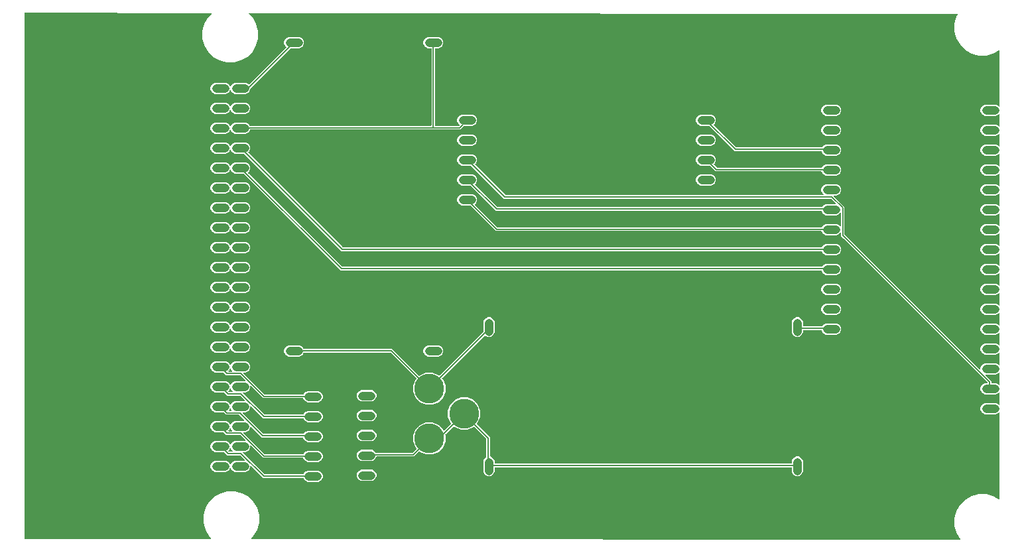
<source format=gbr>
G04 EAGLE Gerber RS-274X export*
G75*
%MOMM*%
%FSLAX34Y34*%
%LPD*%
%INTop Copper*%
%IPPOS*%
%AMOC8*
5,1,8,0,0,1.08239X$1,22.5*%
G01*
%ADD10C,1.108000*%
%ADD11C,3.810000*%
%ADD12C,0.152400*%

G36*
X1030055Y55958D02*
X1030055Y55958D01*
X1030151Y55966D01*
X1030176Y55977D01*
X1030204Y55982D01*
X1030288Y56027D01*
X1030376Y56065D01*
X1030397Y56084D01*
X1030421Y56097D01*
X1030487Y56166D01*
X1030558Y56230D01*
X1030572Y56255D01*
X1030591Y56275D01*
X1030631Y56362D01*
X1030678Y56445D01*
X1030683Y56473D01*
X1030695Y56498D01*
X1030705Y56593D01*
X1030723Y56687D01*
X1030719Y56715D01*
X1030722Y56742D01*
X1030702Y56836D01*
X1030688Y56931D01*
X1030674Y56963D01*
X1030670Y56983D01*
X1030653Y57011D01*
X1030621Y57084D01*
X1026043Y65014D01*
X1023619Y74058D01*
X1023619Y83422D01*
X1026043Y92466D01*
X1030724Y100575D01*
X1037345Y107196D01*
X1045454Y111877D01*
X1054498Y114301D01*
X1063862Y114301D01*
X1072906Y111877D01*
X1080137Y107702D01*
X1080226Y107669D01*
X1080313Y107628D01*
X1080341Y107625D01*
X1080367Y107615D01*
X1080463Y107612D01*
X1080557Y107601D01*
X1080585Y107607D01*
X1080613Y107606D01*
X1080705Y107633D01*
X1080798Y107654D01*
X1080822Y107668D01*
X1080849Y107676D01*
X1080927Y107731D01*
X1081009Y107780D01*
X1081027Y107801D01*
X1081050Y107817D01*
X1081107Y107894D01*
X1081169Y107967D01*
X1081179Y107993D01*
X1081196Y108016D01*
X1081225Y108106D01*
X1081261Y108195D01*
X1081265Y108230D01*
X1081271Y108250D01*
X1081271Y108283D01*
X1081279Y108361D01*
X1081279Y218090D01*
X1081276Y218109D01*
X1081278Y218128D01*
X1081267Y218179D01*
X1081266Y218233D01*
X1081248Y218282D01*
X1081240Y218333D01*
X1081230Y218352D01*
X1081226Y218368D01*
X1081201Y218411D01*
X1081181Y218464D01*
X1081149Y218505D01*
X1081124Y218551D01*
X1081108Y218567D01*
X1081100Y218580D01*
X1081065Y218610D01*
X1081028Y218656D01*
X1080984Y218684D01*
X1080946Y218720D01*
X1080924Y218730D01*
X1080913Y218740D01*
X1080872Y218756D01*
X1080821Y218789D01*
X1080770Y218802D01*
X1080723Y218824D01*
X1080697Y218826D01*
X1080685Y218831D01*
X1080626Y218838D01*
X1080582Y218849D01*
X1080550Y218846D01*
X1080518Y218850D01*
X1080516Y218850D01*
X1080504Y218848D01*
X1080479Y218851D01*
X1080408Y218835D01*
X1080337Y218830D01*
X1080302Y218815D01*
X1080274Y218810D01*
X1080260Y218803D01*
X1080238Y218798D01*
X1080177Y218762D01*
X1080111Y218734D01*
X1080075Y218705D01*
X1080056Y218695D01*
X1080044Y218682D01*
X1080027Y218672D01*
X1080012Y218654D01*
X1079980Y218629D01*
X1078882Y217531D01*
X1076285Y216455D01*
X1062395Y216455D01*
X1059798Y217531D01*
X1057811Y219518D01*
X1056735Y222115D01*
X1056735Y224925D01*
X1057811Y227522D01*
X1059798Y229509D01*
X1062395Y230585D01*
X1076285Y230585D01*
X1078882Y229509D01*
X1079980Y228411D01*
X1080038Y228369D01*
X1080090Y228320D01*
X1080137Y228298D01*
X1080179Y228268D01*
X1080248Y228247D01*
X1080313Y228216D01*
X1080365Y228211D01*
X1080415Y228195D01*
X1080486Y228197D01*
X1080557Y228189D01*
X1080608Y228200D01*
X1080660Y228202D01*
X1080728Y228226D01*
X1080798Y228242D01*
X1080843Y228268D01*
X1080891Y228286D01*
X1080947Y228331D01*
X1081009Y228368D01*
X1081043Y228407D01*
X1081083Y228440D01*
X1081122Y228500D01*
X1081169Y228555D01*
X1081188Y228603D01*
X1081216Y228647D01*
X1081234Y228716D01*
X1081261Y228783D01*
X1081269Y228854D01*
X1081277Y228885D01*
X1081275Y228909D01*
X1081279Y228950D01*
X1081279Y243490D01*
X1081268Y243561D01*
X1081266Y243633D01*
X1081248Y243682D01*
X1081240Y243733D01*
X1081206Y243797D01*
X1081181Y243864D01*
X1081149Y243905D01*
X1081124Y243951D01*
X1081072Y244000D01*
X1081028Y244056D01*
X1080984Y244084D01*
X1080946Y244120D01*
X1080881Y244150D01*
X1080821Y244189D01*
X1080770Y244202D01*
X1080723Y244224D01*
X1080652Y244231D01*
X1080582Y244249D01*
X1080530Y244245D01*
X1080479Y244251D01*
X1080408Y244235D01*
X1080337Y244230D01*
X1080289Y244209D01*
X1080238Y244198D01*
X1080177Y244162D01*
X1080111Y244134D01*
X1080055Y244089D01*
X1080027Y244072D01*
X1080012Y244054D01*
X1079980Y244029D01*
X1078882Y242931D01*
X1076285Y241855D01*
X1062395Y241855D01*
X1059798Y242931D01*
X1057811Y244918D01*
X1056735Y247515D01*
X1056735Y250325D01*
X1057811Y252922D01*
X1059798Y254909D01*
X1062395Y255985D01*
X1064824Y255985D01*
X1064894Y255996D01*
X1064966Y255998D01*
X1065015Y256016D01*
X1065066Y256024D01*
X1065130Y256058D01*
X1065197Y256083D01*
X1065238Y256115D01*
X1065284Y256140D01*
X1065333Y256192D01*
X1065389Y256236D01*
X1065417Y256280D01*
X1065453Y256318D01*
X1065483Y256383D01*
X1065522Y256443D01*
X1065535Y256494D01*
X1065557Y256541D01*
X1065565Y256612D01*
X1065582Y256682D01*
X1065578Y256734D01*
X1065584Y256785D01*
X1065569Y256856D01*
X1065563Y256927D01*
X1065543Y256975D01*
X1065532Y257026D01*
X1065495Y257087D01*
X1065467Y257153D01*
X1065422Y257209D01*
X1065405Y257237D01*
X1065388Y257252D01*
X1065362Y257284D01*
X880148Y442498D01*
X878585Y444061D01*
X878585Y447196D01*
X878574Y447267D01*
X878572Y447339D01*
X878554Y447388D01*
X878546Y447439D01*
X878512Y447503D01*
X878487Y447570D01*
X878455Y447611D01*
X878430Y447657D01*
X878378Y447706D01*
X878334Y447762D01*
X878290Y447790D01*
X878252Y447826D01*
X878187Y447856D01*
X878127Y447895D01*
X878076Y447908D01*
X878029Y447930D01*
X877958Y447937D01*
X877888Y447955D01*
X877836Y447951D01*
X877785Y447957D01*
X877714Y447941D01*
X877643Y447936D01*
X877595Y447915D01*
X877544Y447904D01*
X877483Y447868D01*
X877417Y447840D01*
X877361Y447795D01*
X877333Y447778D01*
X877318Y447760D01*
X877286Y447735D01*
X875682Y446131D01*
X873085Y445055D01*
X859195Y445055D01*
X856598Y446131D01*
X854611Y448118D01*
X853885Y449871D01*
X853823Y449971D01*
X853763Y450071D01*
X853758Y450075D01*
X853755Y450080D01*
X853664Y450155D01*
X853576Y450231D01*
X853570Y450233D01*
X853566Y450237D01*
X853457Y450279D01*
X853348Y450323D01*
X853340Y450324D01*
X853336Y450325D01*
X853318Y450326D01*
X853181Y450341D01*
X437965Y450341D01*
X405374Y482932D01*
X405300Y482985D01*
X405230Y483045D01*
X405200Y483057D01*
X405174Y483076D01*
X405087Y483103D01*
X405002Y483137D01*
X404961Y483141D01*
X404939Y483148D01*
X404907Y483147D01*
X404836Y483155D01*
X394375Y483155D01*
X391778Y484231D01*
X389791Y486218D01*
X388715Y488815D01*
X388715Y491625D01*
X389791Y494222D01*
X391778Y496209D01*
X394375Y497285D01*
X408265Y497285D01*
X410862Y496209D01*
X412849Y494222D01*
X413925Y491625D01*
X413925Y488815D01*
X412849Y486218D01*
X411241Y484610D01*
X411229Y484594D01*
X411214Y484581D01*
X411157Y484494D01*
X411097Y484410D01*
X411091Y484391D01*
X411081Y484374D01*
X411055Y484274D01*
X411025Y484175D01*
X411025Y484155D01*
X411021Y484136D01*
X411029Y484033D01*
X411031Y483929D01*
X411038Y483910D01*
X411040Y483890D01*
X411080Y483796D01*
X411116Y483698D01*
X411128Y483682D01*
X411136Y483664D01*
X411241Y483533D01*
X439636Y455138D01*
X439710Y455085D01*
X439780Y455025D01*
X439810Y455013D01*
X439836Y454994D01*
X439923Y454967D01*
X440008Y454933D01*
X440049Y454929D01*
X440071Y454922D01*
X440103Y454923D01*
X440175Y454915D01*
X853602Y454915D01*
X853717Y454934D01*
X853833Y454951D01*
X853839Y454953D01*
X853845Y454954D01*
X853947Y455009D01*
X854052Y455062D01*
X854057Y455067D01*
X854062Y455070D01*
X854143Y455154D01*
X854225Y455238D01*
X854228Y455244D01*
X854232Y455248D01*
X854240Y455265D01*
X854305Y455385D01*
X854611Y456122D01*
X856598Y458109D01*
X859195Y459185D01*
X873085Y459185D01*
X875682Y458109D01*
X877286Y456505D01*
X877344Y456463D01*
X877396Y456414D01*
X877443Y456392D01*
X877485Y456362D01*
X877554Y456341D01*
X877619Y456310D01*
X877671Y456305D01*
X877721Y456289D01*
X877792Y456291D01*
X877863Y456283D01*
X877914Y456294D01*
X877966Y456296D01*
X878034Y456320D01*
X878104Y456336D01*
X878149Y456362D01*
X878197Y456380D01*
X878253Y456425D01*
X878315Y456462D01*
X878349Y456501D01*
X878389Y456534D01*
X878428Y456594D01*
X878475Y456649D01*
X878494Y456697D01*
X878522Y456741D01*
X878540Y456810D01*
X878567Y456877D01*
X878575Y456948D01*
X878583Y456979D01*
X878581Y457003D01*
X878585Y457044D01*
X878585Y472596D01*
X878574Y472667D01*
X878572Y472739D01*
X878554Y472788D01*
X878546Y472839D01*
X878512Y472903D01*
X878487Y472970D01*
X878455Y473011D01*
X878430Y473057D01*
X878378Y473106D01*
X878334Y473162D01*
X878290Y473190D01*
X878252Y473226D01*
X878187Y473256D01*
X878127Y473295D01*
X878076Y473308D01*
X878029Y473330D01*
X877958Y473337D01*
X877888Y473355D01*
X877836Y473351D01*
X877785Y473357D01*
X877714Y473341D01*
X877643Y473336D01*
X877595Y473315D01*
X877544Y473304D01*
X877483Y473268D01*
X877417Y473240D01*
X877361Y473195D01*
X877333Y473178D01*
X877318Y473160D01*
X877286Y473135D01*
X875682Y471531D01*
X873085Y470455D01*
X859195Y470455D01*
X856598Y471531D01*
X854611Y473518D01*
X853674Y475779D01*
X853613Y475879D01*
X853553Y475979D01*
X853548Y475983D01*
X853545Y475988D01*
X853455Y476063D01*
X853366Y476139D01*
X853360Y476141D01*
X853355Y476145D01*
X853247Y476187D01*
X853138Y476231D01*
X853130Y476232D01*
X853125Y476233D01*
X853107Y476234D01*
X852971Y476249D01*
X437965Y476249D01*
X405882Y508332D01*
X405808Y508385D01*
X405738Y508445D01*
X405708Y508457D01*
X405682Y508476D01*
X405595Y508503D01*
X405510Y508537D01*
X405469Y508541D01*
X405447Y508548D01*
X405415Y508547D01*
X405343Y508555D01*
X394375Y508555D01*
X391778Y509631D01*
X389791Y511618D01*
X388715Y514215D01*
X388715Y517025D01*
X389791Y519622D01*
X391778Y521609D01*
X394375Y522685D01*
X408265Y522685D01*
X410862Y521609D01*
X412849Y519622D01*
X413925Y517025D01*
X413925Y514215D01*
X412849Y511618D01*
X411495Y510264D01*
X411483Y510248D01*
X411468Y510235D01*
X411412Y510148D01*
X411351Y510064D01*
X411345Y510045D01*
X411335Y510028D01*
X411309Y509927D01*
X411279Y509829D01*
X411279Y509809D01*
X411275Y509790D01*
X411283Y509687D01*
X411285Y509583D01*
X411292Y509564D01*
X411294Y509544D01*
X411334Y509450D01*
X411370Y509352D01*
X411382Y509336D01*
X411390Y509318D01*
X411495Y509187D01*
X439636Y481046D01*
X439710Y480993D01*
X439780Y480933D01*
X439810Y480921D01*
X439836Y480902D01*
X439923Y480875D01*
X440008Y480841D01*
X440049Y480837D01*
X440071Y480830D01*
X440103Y480831D01*
X440175Y480823D01*
X853813Y480823D01*
X853927Y480842D01*
X854044Y480859D01*
X854049Y480861D01*
X854055Y480862D01*
X854158Y480917D01*
X854263Y480970D01*
X854267Y480975D01*
X854273Y480978D01*
X854353Y481062D01*
X854435Y481146D01*
X854439Y481152D01*
X854442Y481156D01*
X854450Y481173D01*
X854516Y481293D01*
X854611Y481522D01*
X856598Y483509D01*
X859195Y484585D01*
X871276Y484585D01*
X871346Y484596D01*
X871418Y484598D01*
X871467Y484616D01*
X871518Y484624D01*
X871582Y484658D01*
X871649Y484683D01*
X871690Y484715D01*
X871736Y484740D01*
X871785Y484792D01*
X871841Y484836D01*
X871869Y484880D01*
X871905Y484918D01*
X871935Y484983D01*
X871974Y485043D01*
X871987Y485094D01*
X872009Y485141D01*
X872017Y485212D01*
X872034Y485282D01*
X872030Y485334D01*
X872036Y485385D01*
X872021Y485456D01*
X872015Y485527D01*
X871995Y485575D01*
X871984Y485626D01*
X871947Y485687D01*
X871919Y485753D01*
X871874Y485809D01*
X871857Y485837D01*
X871840Y485852D01*
X871814Y485884D01*
X866432Y491266D01*
X866358Y491319D01*
X866288Y491379D01*
X866258Y491391D01*
X866232Y491410D01*
X866145Y491437D01*
X866060Y491471D01*
X866019Y491475D01*
X865997Y491482D01*
X865965Y491481D01*
X865893Y491489D01*
X448633Y491489D01*
X406390Y533732D01*
X406316Y533785D01*
X406246Y533845D01*
X406216Y533857D01*
X406190Y533876D01*
X406103Y533903D01*
X406018Y533937D01*
X405977Y533941D01*
X405955Y533948D01*
X405923Y533947D01*
X405851Y533955D01*
X394375Y533955D01*
X391778Y535031D01*
X389791Y537018D01*
X388715Y539615D01*
X388715Y542425D01*
X389791Y545022D01*
X391778Y547009D01*
X394375Y548085D01*
X408265Y548085D01*
X410862Y547009D01*
X412849Y545022D01*
X413925Y542425D01*
X413925Y539615D01*
X412849Y537018D01*
X411749Y535918D01*
X411737Y535902D01*
X411722Y535889D01*
X411666Y535802D01*
X411605Y535718D01*
X411599Y535699D01*
X411589Y535682D01*
X411563Y535582D01*
X411533Y535483D01*
X411533Y535463D01*
X411529Y535444D01*
X411537Y535341D01*
X411539Y535237D01*
X411546Y535218D01*
X411548Y535198D01*
X411588Y535104D01*
X411624Y535006D01*
X411636Y534990D01*
X411644Y534972D01*
X411749Y534841D01*
X450304Y496286D01*
X450378Y496233D01*
X450448Y496173D01*
X450478Y496161D01*
X450504Y496142D01*
X450591Y496115D01*
X450676Y496081D01*
X450717Y496077D01*
X450739Y496070D01*
X450771Y496071D01*
X450843Y496063D01*
X855628Y496063D01*
X855699Y496074D01*
X855771Y496076D01*
X855820Y496094D01*
X855871Y496102D01*
X855935Y496136D01*
X856002Y496161D01*
X856043Y496193D01*
X856089Y496218D01*
X856138Y496270D01*
X856194Y496314D01*
X856222Y496358D01*
X856258Y496396D01*
X856288Y496461D01*
X856327Y496521D01*
X856340Y496572D01*
X856362Y496619D01*
X856369Y496690D01*
X856387Y496760D01*
X856383Y496812D01*
X856389Y496863D01*
X856373Y496934D01*
X856368Y497005D01*
X856347Y497053D01*
X856336Y497104D01*
X856300Y497165D01*
X856272Y497231D01*
X856227Y497287D01*
X856210Y497315D01*
X856192Y497330D01*
X856167Y497362D01*
X854611Y498918D01*
X853535Y501515D01*
X853535Y504325D01*
X854611Y506922D01*
X856598Y508909D01*
X859195Y509985D01*
X873085Y509985D01*
X875682Y508909D01*
X877669Y506922D01*
X878745Y504325D01*
X878745Y501515D01*
X877669Y498918D01*
X875682Y496931D01*
X873085Y495855D01*
X870148Y495855D01*
X870078Y495844D01*
X870006Y495842D01*
X869957Y495824D01*
X869906Y495816D01*
X869842Y495782D01*
X869775Y495757D01*
X869734Y495725D01*
X869688Y495700D01*
X869639Y495648D01*
X869583Y495604D01*
X869555Y495560D01*
X869519Y495522D01*
X869489Y495457D01*
X869450Y495397D01*
X869437Y495346D01*
X869415Y495299D01*
X869407Y495228D01*
X869390Y495158D01*
X869394Y495106D01*
X869388Y495055D01*
X869403Y494984D01*
X869409Y494913D01*
X869429Y494865D01*
X869440Y494814D01*
X869477Y494753D01*
X869505Y494687D01*
X869550Y494631D01*
X869567Y494603D01*
X869584Y494588D01*
X869610Y494556D01*
X869666Y494500D01*
X883159Y481007D01*
X883159Y446271D01*
X883173Y446180D01*
X883181Y446090D01*
X883193Y446060D01*
X883198Y446028D01*
X883241Y445947D01*
X883277Y445863D01*
X883303Y445831D01*
X883314Y445810D01*
X883337Y445788D01*
X883382Y445732D01*
X1055436Y273678D01*
X1055494Y273636D01*
X1055546Y273587D01*
X1055593Y273565D01*
X1055635Y273535D01*
X1055704Y273514D01*
X1055769Y273483D01*
X1055821Y273478D01*
X1055871Y273462D01*
X1055942Y273464D01*
X1056013Y273456D01*
X1056064Y273467D01*
X1056116Y273469D01*
X1056184Y273493D01*
X1056254Y273508D01*
X1056298Y273535D01*
X1056347Y273553D01*
X1056403Y273598D01*
X1056465Y273635D01*
X1056499Y273674D01*
X1056539Y273707D01*
X1056578Y273767D01*
X1056625Y273822D01*
X1056644Y273870D01*
X1056672Y273914D01*
X1056690Y273983D01*
X1056717Y274050D01*
X1056725Y274121D01*
X1056733Y274152D01*
X1056731Y274176D01*
X1056735Y274216D01*
X1056735Y275725D01*
X1057811Y278322D01*
X1059798Y280309D01*
X1062395Y281385D01*
X1076285Y281385D01*
X1078882Y280309D01*
X1079980Y279211D01*
X1080038Y279169D01*
X1080090Y279120D01*
X1080108Y279112D01*
X1080123Y279099D01*
X1080153Y279087D01*
X1080179Y279068D01*
X1080248Y279047D01*
X1080313Y279016D01*
X1080334Y279014D01*
X1080351Y279007D01*
X1080391Y279003D01*
X1080415Y278995D01*
X1080449Y278996D01*
X1080518Y278989D01*
X1080536Y278992D01*
X1080557Y278989D01*
X1080608Y279000D01*
X1080660Y279002D01*
X1080711Y279020D01*
X1080761Y279028D01*
X1080777Y279037D01*
X1080798Y279042D01*
X1080843Y279068D01*
X1080891Y279086D01*
X1080933Y279120D01*
X1080978Y279143D01*
X1080991Y279157D01*
X1081009Y279168D01*
X1081043Y279207D01*
X1081083Y279240D01*
X1081112Y279285D01*
X1081148Y279322D01*
X1081156Y279339D01*
X1081169Y279355D01*
X1081188Y279403D01*
X1081216Y279447D01*
X1081229Y279498D01*
X1081251Y279545D01*
X1081253Y279564D01*
X1081261Y279583D01*
X1081269Y279654D01*
X1081277Y279685D01*
X1081275Y279709D01*
X1081279Y279750D01*
X1081279Y294290D01*
X1081268Y294361D01*
X1081266Y294433D01*
X1081248Y294482D01*
X1081240Y294533D01*
X1081206Y294597D01*
X1081181Y294664D01*
X1081149Y294705D01*
X1081124Y294751D01*
X1081072Y294800D01*
X1081028Y294856D01*
X1080984Y294884D01*
X1080946Y294920D01*
X1080881Y294950D01*
X1080821Y294989D01*
X1080770Y295002D01*
X1080723Y295024D01*
X1080652Y295031D01*
X1080582Y295049D01*
X1080530Y295045D01*
X1080479Y295051D01*
X1080408Y295035D01*
X1080337Y295030D01*
X1080289Y295009D01*
X1080238Y294998D01*
X1080177Y294962D01*
X1080111Y294934D01*
X1080055Y294889D01*
X1080027Y294872D01*
X1080012Y294854D01*
X1079980Y294829D01*
X1078882Y293731D01*
X1076285Y292655D01*
X1062395Y292655D01*
X1059798Y293731D01*
X1057811Y295718D01*
X1056735Y298315D01*
X1056735Y301125D01*
X1057811Y303722D01*
X1059798Y305709D01*
X1062395Y306785D01*
X1076285Y306785D01*
X1078882Y305709D01*
X1079980Y304611D01*
X1080038Y304569D01*
X1080090Y304520D01*
X1080137Y304498D01*
X1080179Y304468D01*
X1080248Y304447D01*
X1080313Y304416D01*
X1080365Y304411D01*
X1080415Y304395D01*
X1080486Y304397D01*
X1080557Y304389D01*
X1080608Y304400D01*
X1080660Y304402D01*
X1080728Y304426D01*
X1080798Y304442D01*
X1080843Y304468D01*
X1080891Y304486D01*
X1080947Y304531D01*
X1081009Y304568D01*
X1081043Y304607D01*
X1081083Y304640D01*
X1081122Y304700D01*
X1081169Y304755D01*
X1081188Y304803D01*
X1081216Y304847D01*
X1081234Y304916D01*
X1081261Y304983D01*
X1081269Y305054D01*
X1081277Y305085D01*
X1081275Y305109D01*
X1081279Y305150D01*
X1081279Y319690D01*
X1081268Y319761D01*
X1081266Y319833D01*
X1081248Y319882D01*
X1081240Y319933D01*
X1081206Y319997D01*
X1081181Y320064D01*
X1081149Y320105D01*
X1081124Y320151D01*
X1081072Y320200D01*
X1081028Y320256D01*
X1080984Y320284D01*
X1080946Y320320D01*
X1080881Y320350D01*
X1080821Y320389D01*
X1080770Y320402D01*
X1080723Y320424D01*
X1080652Y320431D01*
X1080582Y320449D01*
X1080530Y320445D01*
X1080479Y320451D01*
X1080408Y320435D01*
X1080337Y320430D01*
X1080289Y320409D01*
X1080238Y320398D01*
X1080177Y320362D01*
X1080111Y320334D01*
X1080055Y320289D01*
X1080027Y320272D01*
X1080012Y320254D01*
X1079980Y320229D01*
X1078882Y319131D01*
X1076285Y318055D01*
X1062395Y318055D01*
X1059798Y319131D01*
X1057811Y321118D01*
X1056735Y323715D01*
X1056735Y326525D01*
X1057811Y329122D01*
X1059798Y331109D01*
X1062395Y332185D01*
X1076285Y332185D01*
X1078882Y331109D01*
X1079980Y330011D01*
X1080038Y329969D01*
X1080090Y329920D01*
X1080137Y329898D01*
X1080179Y329868D01*
X1080248Y329847D01*
X1080313Y329816D01*
X1080365Y329811D01*
X1080415Y329795D01*
X1080486Y329797D01*
X1080557Y329789D01*
X1080608Y329800D01*
X1080660Y329802D01*
X1080728Y329826D01*
X1080798Y329842D01*
X1080843Y329868D01*
X1080891Y329886D01*
X1080947Y329931D01*
X1081009Y329968D01*
X1081043Y330007D01*
X1081083Y330040D01*
X1081122Y330100D01*
X1081169Y330155D01*
X1081188Y330203D01*
X1081216Y330247D01*
X1081234Y330316D01*
X1081261Y330383D01*
X1081269Y330454D01*
X1081277Y330485D01*
X1081275Y330509D01*
X1081279Y330550D01*
X1081279Y345090D01*
X1081268Y345161D01*
X1081266Y345233D01*
X1081248Y345282D01*
X1081240Y345333D01*
X1081206Y345397D01*
X1081181Y345464D01*
X1081149Y345505D01*
X1081124Y345551D01*
X1081072Y345600D01*
X1081028Y345656D01*
X1080984Y345684D01*
X1080946Y345720D01*
X1080881Y345750D01*
X1080821Y345789D01*
X1080770Y345802D01*
X1080723Y345824D01*
X1080652Y345831D01*
X1080582Y345849D01*
X1080530Y345845D01*
X1080479Y345851D01*
X1080408Y345835D01*
X1080337Y345830D01*
X1080289Y345809D01*
X1080238Y345798D01*
X1080177Y345762D01*
X1080111Y345734D01*
X1080055Y345689D01*
X1080027Y345672D01*
X1080012Y345654D01*
X1079980Y345629D01*
X1078882Y344531D01*
X1076285Y343455D01*
X1062395Y343455D01*
X1059798Y344531D01*
X1057811Y346518D01*
X1056735Y349115D01*
X1056735Y351925D01*
X1057811Y354522D01*
X1059798Y356509D01*
X1062395Y357585D01*
X1076285Y357585D01*
X1078882Y356509D01*
X1079980Y355411D01*
X1080038Y355369D01*
X1080090Y355320D01*
X1080137Y355298D01*
X1080179Y355268D01*
X1080248Y355247D01*
X1080313Y355216D01*
X1080365Y355211D01*
X1080415Y355195D01*
X1080486Y355197D01*
X1080557Y355189D01*
X1080608Y355200D01*
X1080660Y355202D01*
X1080728Y355226D01*
X1080798Y355242D01*
X1080843Y355268D01*
X1080891Y355286D01*
X1080947Y355331D01*
X1081009Y355368D01*
X1081043Y355407D01*
X1081083Y355440D01*
X1081122Y355500D01*
X1081169Y355555D01*
X1081188Y355603D01*
X1081216Y355647D01*
X1081234Y355716D01*
X1081261Y355783D01*
X1081269Y355854D01*
X1081277Y355885D01*
X1081275Y355909D01*
X1081279Y355950D01*
X1081279Y370490D01*
X1081268Y370561D01*
X1081266Y370633D01*
X1081248Y370682D01*
X1081240Y370733D01*
X1081206Y370797D01*
X1081181Y370864D01*
X1081149Y370905D01*
X1081124Y370951D01*
X1081072Y371000D01*
X1081028Y371056D01*
X1080984Y371084D01*
X1080946Y371120D01*
X1080881Y371150D01*
X1080821Y371189D01*
X1080770Y371202D01*
X1080723Y371224D01*
X1080652Y371231D01*
X1080582Y371249D01*
X1080530Y371245D01*
X1080479Y371251D01*
X1080408Y371235D01*
X1080337Y371230D01*
X1080289Y371209D01*
X1080238Y371198D01*
X1080177Y371162D01*
X1080111Y371134D01*
X1080055Y371089D01*
X1080027Y371072D01*
X1080012Y371054D01*
X1079980Y371029D01*
X1078882Y369931D01*
X1076285Y368855D01*
X1062395Y368855D01*
X1059798Y369931D01*
X1057811Y371918D01*
X1056735Y374515D01*
X1056735Y377325D01*
X1057811Y379922D01*
X1059798Y381909D01*
X1062395Y382985D01*
X1076285Y382985D01*
X1078882Y381909D01*
X1079980Y380811D01*
X1080038Y380769D01*
X1080090Y380720D01*
X1080137Y380698D01*
X1080179Y380668D01*
X1080248Y380647D01*
X1080313Y380616D01*
X1080365Y380611D01*
X1080415Y380595D01*
X1080486Y380597D01*
X1080557Y380589D01*
X1080608Y380600D01*
X1080660Y380602D01*
X1080728Y380626D01*
X1080798Y380642D01*
X1080843Y380668D01*
X1080891Y380686D01*
X1080947Y380731D01*
X1081009Y380768D01*
X1081043Y380807D01*
X1081083Y380840D01*
X1081122Y380900D01*
X1081169Y380955D01*
X1081188Y381003D01*
X1081216Y381047D01*
X1081234Y381116D01*
X1081261Y381183D01*
X1081269Y381254D01*
X1081277Y381285D01*
X1081275Y381309D01*
X1081279Y381350D01*
X1081279Y395890D01*
X1081268Y395961D01*
X1081266Y396033D01*
X1081248Y396082D01*
X1081240Y396133D01*
X1081206Y396197D01*
X1081181Y396264D01*
X1081149Y396305D01*
X1081124Y396351D01*
X1081072Y396400D01*
X1081028Y396456D01*
X1080984Y396484D01*
X1080946Y396520D01*
X1080881Y396550D01*
X1080821Y396589D01*
X1080770Y396602D01*
X1080723Y396624D01*
X1080652Y396631D01*
X1080582Y396649D01*
X1080530Y396645D01*
X1080479Y396651D01*
X1080408Y396635D01*
X1080337Y396630D01*
X1080289Y396609D01*
X1080238Y396598D01*
X1080177Y396562D01*
X1080111Y396534D01*
X1080055Y396489D01*
X1080027Y396472D01*
X1080012Y396454D01*
X1079980Y396429D01*
X1078882Y395331D01*
X1076285Y394255D01*
X1062395Y394255D01*
X1059798Y395331D01*
X1057811Y397318D01*
X1056735Y399915D01*
X1056735Y402725D01*
X1057811Y405322D01*
X1059798Y407309D01*
X1062395Y408385D01*
X1076285Y408385D01*
X1078882Y407309D01*
X1079980Y406211D01*
X1080038Y406169D01*
X1080090Y406120D01*
X1080137Y406098D01*
X1080179Y406068D01*
X1080248Y406047D01*
X1080313Y406016D01*
X1080365Y406011D01*
X1080415Y405995D01*
X1080486Y405997D01*
X1080557Y405989D01*
X1080608Y406000D01*
X1080660Y406002D01*
X1080728Y406026D01*
X1080798Y406042D01*
X1080843Y406068D01*
X1080891Y406086D01*
X1080947Y406131D01*
X1081009Y406168D01*
X1081043Y406207D01*
X1081083Y406240D01*
X1081122Y406300D01*
X1081169Y406355D01*
X1081188Y406403D01*
X1081216Y406447D01*
X1081234Y406516D01*
X1081261Y406583D01*
X1081269Y406654D01*
X1081277Y406685D01*
X1081275Y406709D01*
X1081279Y406750D01*
X1081279Y421290D01*
X1081268Y421361D01*
X1081266Y421433D01*
X1081248Y421482D01*
X1081240Y421533D01*
X1081206Y421597D01*
X1081181Y421664D01*
X1081149Y421705D01*
X1081124Y421751D01*
X1081072Y421800D01*
X1081028Y421856D01*
X1080984Y421884D01*
X1080946Y421920D01*
X1080881Y421950D01*
X1080821Y421989D01*
X1080770Y422002D01*
X1080723Y422024D01*
X1080652Y422031D01*
X1080582Y422049D01*
X1080530Y422045D01*
X1080479Y422051D01*
X1080408Y422035D01*
X1080337Y422030D01*
X1080289Y422009D01*
X1080238Y421998D01*
X1080177Y421962D01*
X1080111Y421934D01*
X1080055Y421889D01*
X1080027Y421872D01*
X1080012Y421854D01*
X1079980Y421829D01*
X1078882Y420731D01*
X1076285Y419655D01*
X1062395Y419655D01*
X1059798Y420731D01*
X1057811Y422718D01*
X1056735Y425315D01*
X1056735Y428125D01*
X1057811Y430722D01*
X1059798Y432709D01*
X1062395Y433785D01*
X1076285Y433785D01*
X1078882Y432709D01*
X1079980Y431611D01*
X1080038Y431569D01*
X1080090Y431520D01*
X1080137Y431498D01*
X1080179Y431468D01*
X1080248Y431447D01*
X1080313Y431416D01*
X1080365Y431411D01*
X1080415Y431395D01*
X1080486Y431397D01*
X1080557Y431389D01*
X1080608Y431400D01*
X1080660Y431402D01*
X1080728Y431426D01*
X1080798Y431442D01*
X1080843Y431468D01*
X1080891Y431486D01*
X1080947Y431531D01*
X1081009Y431568D01*
X1081043Y431607D01*
X1081083Y431640D01*
X1081122Y431700D01*
X1081169Y431755D01*
X1081188Y431803D01*
X1081216Y431847D01*
X1081234Y431916D01*
X1081261Y431983D01*
X1081269Y432054D01*
X1081277Y432085D01*
X1081275Y432109D01*
X1081279Y432150D01*
X1081279Y446690D01*
X1081268Y446761D01*
X1081266Y446833D01*
X1081248Y446882D01*
X1081240Y446933D01*
X1081206Y446997D01*
X1081181Y447064D01*
X1081149Y447105D01*
X1081124Y447151D01*
X1081072Y447200D01*
X1081028Y447256D01*
X1080984Y447284D01*
X1080946Y447320D01*
X1080881Y447350D01*
X1080821Y447389D01*
X1080770Y447402D01*
X1080723Y447424D01*
X1080652Y447431D01*
X1080582Y447449D01*
X1080530Y447445D01*
X1080479Y447451D01*
X1080408Y447435D01*
X1080337Y447430D01*
X1080289Y447409D01*
X1080238Y447398D01*
X1080177Y447362D01*
X1080111Y447334D01*
X1080055Y447289D01*
X1080027Y447272D01*
X1080012Y447254D01*
X1079980Y447229D01*
X1078882Y446131D01*
X1076285Y445055D01*
X1062395Y445055D01*
X1059798Y446131D01*
X1057811Y448118D01*
X1056735Y450715D01*
X1056735Y453525D01*
X1057811Y456122D01*
X1059798Y458109D01*
X1062395Y459185D01*
X1076285Y459185D01*
X1078882Y458109D01*
X1079980Y457011D01*
X1080038Y456969D01*
X1080090Y456920D01*
X1080137Y456898D01*
X1080179Y456868D01*
X1080248Y456847D01*
X1080313Y456816D01*
X1080365Y456811D01*
X1080415Y456795D01*
X1080486Y456797D01*
X1080557Y456789D01*
X1080608Y456800D01*
X1080660Y456802D01*
X1080728Y456826D01*
X1080798Y456842D01*
X1080843Y456868D01*
X1080891Y456886D01*
X1080947Y456931D01*
X1081009Y456968D01*
X1081043Y457007D01*
X1081083Y457040D01*
X1081122Y457100D01*
X1081169Y457155D01*
X1081188Y457203D01*
X1081216Y457247D01*
X1081234Y457316D01*
X1081261Y457383D01*
X1081269Y457454D01*
X1081277Y457485D01*
X1081275Y457509D01*
X1081279Y457550D01*
X1081279Y472090D01*
X1081268Y472161D01*
X1081266Y472233D01*
X1081248Y472282D01*
X1081240Y472333D01*
X1081206Y472397D01*
X1081181Y472464D01*
X1081149Y472505D01*
X1081124Y472551D01*
X1081072Y472600D01*
X1081028Y472656D01*
X1080984Y472684D01*
X1080946Y472720D01*
X1080881Y472750D01*
X1080821Y472789D01*
X1080770Y472802D01*
X1080723Y472824D01*
X1080652Y472831D01*
X1080582Y472849D01*
X1080530Y472845D01*
X1080479Y472851D01*
X1080408Y472835D01*
X1080337Y472830D01*
X1080289Y472809D01*
X1080238Y472798D01*
X1080177Y472762D01*
X1080111Y472734D01*
X1080055Y472689D01*
X1080027Y472672D01*
X1080012Y472654D01*
X1079980Y472629D01*
X1078882Y471531D01*
X1076285Y470455D01*
X1062395Y470455D01*
X1059798Y471531D01*
X1057811Y473518D01*
X1056735Y476115D01*
X1056735Y478925D01*
X1057811Y481522D01*
X1059798Y483509D01*
X1062395Y484585D01*
X1076285Y484585D01*
X1078882Y483509D01*
X1079980Y482411D01*
X1080038Y482369D01*
X1080090Y482320D01*
X1080137Y482298D01*
X1080179Y482268D01*
X1080248Y482247D01*
X1080313Y482216D01*
X1080365Y482211D01*
X1080415Y482195D01*
X1080486Y482197D01*
X1080557Y482189D01*
X1080608Y482200D01*
X1080660Y482202D01*
X1080728Y482226D01*
X1080798Y482242D01*
X1080843Y482268D01*
X1080891Y482286D01*
X1080947Y482331D01*
X1081009Y482368D01*
X1081043Y482407D01*
X1081083Y482440D01*
X1081122Y482500D01*
X1081169Y482555D01*
X1081188Y482603D01*
X1081216Y482647D01*
X1081234Y482716D01*
X1081261Y482783D01*
X1081269Y482854D01*
X1081277Y482885D01*
X1081275Y482909D01*
X1081279Y482950D01*
X1081279Y497490D01*
X1081278Y497501D01*
X1081278Y497507D01*
X1081271Y497538D01*
X1081268Y497561D01*
X1081266Y497633D01*
X1081248Y497682D01*
X1081240Y497733D01*
X1081206Y497797D01*
X1081181Y497864D01*
X1081149Y497905D01*
X1081124Y497951D01*
X1081072Y498000D01*
X1081028Y498056D01*
X1080984Y498084D01*
X1080946Y498120D01*
X1080881Y498150D01*
X1080821Y498189D01*
X1080770Y498202D01*
X1080723Y498224D01*
X1080652Y498231D01*
X1080582Y498249D01*
X1080530Y498245D01*
X1080479Y498251D01*
X1080408Y498235D01*
X1080337Y498230D01*
X1080289Y498209D01*
X1080238Y498198D01*
X1080177Y498162D01*
X1080111Y498134D01*
X1080055Y498089D01*
X1080027Y498072D01*
X1080012Y498054D01*
X1079980Y498029D01*
X1078882Y496931D01*
X1076285Y495855D01*
X1062395Y495855D01*
X1059798Y496931D01*
X1057811Y498918D01*
X1056735Y501515D01*
X1056735Y504325D01*
X1057811Y506922D01*
X1059798Y508909D01*
X1062395Y509985D01*
X1076285Y509985D01*
X1078882Y508909D01*
X1079980Y507811D01*
X1080038Y507769D01*
X1080090Y507720D01*
X1080137Y507698D01*
X1080179Y507668D01*
X1080248Y507647D01*
X1080313Y507616D01*
X1080365Y507611D01*
X1080415Y507595D01*
X1080486Y507597D01*
X1080557Y507589D01*
X1080608Y507600D01*
X1080660Y507602D01*
X1080728Y507626D01*
X1080798Y507642D01*
X1080843Y507668D01*
X1080891Y507686D01*
X1080947Y507731D01*
X1081009Y507768D01*
X1081043Y507807D01*
X1081083Y507840D01*
X1081122Y507900D01*
X1081169Y507955D01*
X1081188Y508003D01*
X1081216Y508047D01*
X1081234Y508116D01*
X1081261Y508183D01*
X1081269Y508254D01*
X1081277Y508285D01*
X1081275Y508309D01*
X1081279Y508350D01*
X1081279Y522890D01*
X1081268Y522961D01*
X1081266Y523033D01*
X1081248Y523082D01*
X1081240Y523133D01*
X1081206Y523197D01*
X1081181Y523264D01*
X1081149Y523305D01*
X1081124Y523351D01*
X1081072Y523400D01*
X1081028Y523456D01*
X1080984Y523484D01*
X1080946Y523520D01*
X1080881Y523550D01*
X1080821Y523589D01*
X1080770Y523602D01*
X1080723Y523624D01*
X1080652Y523631D01*
X1080582Y523649D01*
X1080530Y523645D01*
X1080479Y523651D01*
X1080408Y523635D01*
X1080337Y523630D01*
X1080289Y523609D01*
X1080238Y523598D01*
X1080177Y523562D01*
X1080111Y523534D01*
X1080055Y523489D01*
X1080027Y523472D01*
X1080012Y523454D01*
X1079980Y523429D01*
X1078882Y522331D01*
X1076285Y521255D01*
X1062395Y521255D01*
X1059798Y522331D01*
X1057811Y524318D01*
X1056735Y526915D01*
X1056735Y529725D01*
X1057811Y532322D01*
X1059798Y534309D01*
X1062395Y535385D01*
X1076285Y535385D01*
X1078882Y534309D01*
X1079980Y533211D01*
X1080038Y533169D01*
X1080090Y533120D01*
X1080137Y533098D01*
X1080179Y533068D01*
X1080248Y533047D01*
X1080313Y533016D01*
X1080365Y533011D01*
X1080415Y532995D01*
X1080486Y532997D01*
X1080557Y532989D01*
X1080608Y533000D01*
X1080660Y533002D01*
X1080728Y533026D01*
X1080798Y533042D01*
X1080843Y533068D01*
X1080891Y533086D01*
X1080947Y533131D01*
X1081009Y533168D01*
X1081043Y533207D01*
X1081083Y533240D01*
X1081122Y533300D01*
X1081169Y533355D01*
X1081188Y533403D01*
X1081216Y533447D01*
X1081234Y533516D01*
X1081261Y533583D01*
X1081269Y533654D01*
X1081277Y533685D01*
X1081275Y533709D01*
X1081279Y533750D01*
X1081279Y548290D01*
X1081268Y548361D01*
X1081266Y548433D01*
X1081248Y548482D01*
X1081240Y548533D01*
X1081206Y548597D01*
X1081181Y548664D01*
X1081149Y548705D01*
X1081124Y548751D01*
X1081072Y548800D01*
X1081028Y548856D01*
X1080984Y548884D01*
X1080946Y548920D01*
X1080881Y548950D01*
X1080821Y548989D01*
X1080770Y549002D01*
X1080723Y549024D01*
X1080652Y549031D01*
X1080582Y549049D01*
X1080530Y549045D01*
X1080479Y549051D01*
X1080408Y549035D01*
X1080337Y549030D01*
X1080289Y549009D01*
X1080238Y548998D01*
X1080177Y548962D01*
X1080111Y548934D01*
X1080055Y548889D01*
X1080027Y548872D01*
X1080012Y548854D01*
X1079980Y548829D01*
X1078882Y547731D01*
X1076285Y546655D01*
X1062395Y546655D01*
X1059798Y547731D01*
X1057811Y549718D01*
X1056735Y552315D01*
X1056735Y555125D01*
X1057811Y557722D01*
X1059798Y559709D01*
X1062395Y560785D01*
X1076285Y560785D01*
X1078882Y559709D01*
X1079980Y558611D01*
X1080038Y558569D01*
X1080090Y558520D01*
X1080137Y558498D01*
X1080179Y558468D01*
X1080248Y558447D01*
X1080313Y558416D01*
X1080365Y558411D01*
X1080415Y558395D01*
X1080486Y558397D01*
X1080557Y558389D01*
X1080608Y558400D01*
X1080660Y558402D01*
X1080728Y558426D01*
X1080798Y558442D01*
X1080843Y558468D01*
X1080891Y558486D01*
X1080947Y558531D01*
X1081009Y558568D01*
X1081043Y558607D01*
X1081083Y558640D01*
X1081122Y558700D01*
X1081169Y558755D01*
X1081188Y558803D01*
X1081216Y558847D01*
X1081234Y558916D01*
X1081261Y558983D01*
X1081269Y559054D01*
X1081277Y559085D01*
X1081275Y559109D01*
X1081279Y559150D01*
X1081279Y573690D01*
X1081268Y573761D01*
X1081266Y573833D01*
X1081248Y573882D01*
X1081240Y573933D01*
X1081206Y573997D01*
X1081181Y574064D01*
X1081149Y574105D01*
X1081124Y574151D01*
X1081072Y574200D01*
X1081028Y574256D01*
X1080984Y574284D01*
X1080946Y574320D01*
X1080881Y574350D01*
X1080821Y574389D01*
X1080770Y574402D01*
X1080723Y574424D01*
X1080652Y574431D01*
X1080582Y574449D01*
X1080530Y574445D01*
X1080479Y574451D01*
X1080408Y574435D01*
X1080337Y574430D01*
X1080289Y574409D01*
X1080238Y574398D01*
X1080177Y574362D01*
X1080111Y574334D01*
X1080055Y574289D01*
X1080027Y574272D01*
X1080012Y574254D01*
X1079980Y574229D01*
X1078882Y573131D01*
X1076285Y572055D01*
X1062395Y572055D01*
X1059798Y573131D01*
X1057811Y575118D01*
X1056735Y577715D01*
X1056735Y580525D01*
X1057811Y583122D01*
X1059798Y585109D01*
X1062395Y586185D01*
X1076285Y586185D01*
X1078882Y585109D01*
X1079980Y584011D01*
X1080038Y583969D01*
X1080090Y583920D01*
X1080137Y583898D01*
X1080179Y583868D01*
X1080248Y583847D01*
X1080313Y583816D01*
X1080365Y583811D01*
X1080415Y583795D01*
X1080486Y583797D01*
X1080557Y583789D01*
X1080608Y583800D01*
X1080660Y583802D01*
X1080728Y583826D01*
X1080798Y583842D01*
X1080843Y583868D01*
X1080891Y583886D01*
X1080947Y583931D01*
X1081009Y583968D01*
X1081043Y584007D01*
X1081083Y584040D01*
X1081122Y584100D01*
X1081169Y584155D01*
X1081188Y584203D01*
X1081216Y584247D01*
X1081234Y584316D01*
X1081261Y584383D01*
X1081269Y584454D01*
X1081277Y584485D01*
X1081275Y584509D01*
X1081279Y584550D01*
X1081279Y599090D01*
X1081268Y599161D01*
X1081266Y599233D01*
X1081248Y599282D01*
X1081240Y599333D01*
X1081206Y599397D01*
X1081181Y599464D01*
X1081149Y599505D01*
X1081124Y599551D01*
X1081072Y599600D01*
X1081028Y599656D01*
X1080984Y599684D01*
X1080946Y599720D01*
X1080881Y599750D01*
X1080821Y599789D01*
X1080770Y599802D01*
X1080723Y599824D01*
X1080652Y599831D01*
X1080582Y599849D01*
X1080530Y599845D01*
X1080479Y599851D01*
X1080408Y599835D01*
X1080337Y599830D01*
X1080289Y599809D01*
X1080238Y599798D01*
X1080177Y599762D01*
X1080111Y599734D01*
X1080055Y599689D01*
X1080027Y599672D01*
X1080012Y599654D01*
X1079980Y599629D01*
X1078882Y598531D01*
X1076285Y597455D01*
X1062395Y597455D01*
X1059798Y598531D01*
X1057811Y600518D01*
X1056735Y603115D01*
X1056735Y605925D01*
X1057811Y608522D01*
X1059798Y610509D01*
X1062395Y611585D01*
X1076285Y611585D01*
X1078882Y610509D01*
X1079980Y609411D01*
X1080038Y609369D01*
X1080090Y609320D01*
X1080137Y609298D01*
X1080179Y609268D01*
X1080248Y609247D01*
X1080313Y609216D01*
X1080365Y609211D01*
X1080415Y609195D01*
X1080486Y609197D01*
X1080557Y609189D01*
X1080608Y609200D01*
X1080660Y609202D01*
X1080728Y609226D01*
X1080798Y609242D01*
X1080843Y609268D01*
X1080891Y609286D01*
X1080947Y609331D01*
X1081009Y609368D01*
X1081043Y609407D01*
X1081083Y609440D01*
X1081122Y609500D01*
X1081169Y609555D01*
X1081188Y609603D01*
X1081216Y609647D01*
X1081234Y609716D01*
X1081261Y609783D01*
X1081269Y609854D01*
X1081277Y609885D01*
X1081275Y609909D01*
X1081279Y609950D01*
X1081279Y680309D01*
X1081264Y680403D01*
X1081255Y680498D01*
X1081244Y680523D01*
X1081240Y680551D01*
X1081195Y680635D01*
X1081157Y680723D01*
X1081138Y680744D01*
X1081124Y680769D01*
X1081055Y680834D01*
X1080991Y680905D01*
X1080967Y680919D01*
X1080946Y680938D01*
X1080860Y680978D01*
X1080776Y681025D01*
X1080749Y681030D01*
X1080723Y681042D01*
X1080628Y681052D01*
X1080535Y681070D01*
X1080507Y681066D01*
X1080479Y681069D01*
X1080385Y681048D01*
X1080291Y681035D01*
X1080259Y681021D01*
X1080238Y681016D01*
X1080210Y681000D01*
X1080137Y680968D01*
X1072906Y676793D01*
X1063862Y674369D01*
X1054498Y674369D01*
X1045454Y676793D01*
X1037345Y681474D01*
X1030724Y688095D01*
X1026043Y696204D01*
X1023619Y705248D01*
X1023619Y714612D01*
X1026043Y723656D01*
X1027703Y726532D01*
X1027737Y726621D01*
X1027777Y726707D01*
X1027780Y726735D01*
X1027790Y726762D01*
X1027794Y726857D01*
X1027804Y726951D01*
X1027798Y726979D01*
X1027799Y727008D01*
X1027772Y727099D01*
X1027752Y727192D01*
X1027738Y727216D01*
X1027729Y727244D01*
X1027675Y727321D01*
X1027626Y727403D01*
X1027604Y727422D01*
X1027588Y727445D01*
X1027512Y727501D01*
X1027439Y727563D01*
X1027413Y727574D01*
X1027390Y727591D01*
X1027299Y727620D01*
X1027211Y727655D01*
X1027176Y727659D01*
X1027156Y727666D01*
X1027123Y727665D01*
X1027045Y727674D01*
X123648Y728581D01*
X123577Y728569D01*
X123505Y728567D01*
X123457Y728549D01*
X123406Y728541D01*
X123342Y728507D01*
X123274Y728483D01*
X123234Y728450D01*
X123188Y728426D01*
X123138Y728374D01*
X123082Y728329D01*
X123054Y728285D01*
X123019Y728248D01*
X122988Y728183D01*
X122949Y728122D01*
X122937Y728072D01*
X122915Y728025D01*
X122907Y727953D01*
X122889Y727884D01*
X122893Y727832D01*
X122887Y727781D01*
X122903Y727710D01*
X122908Y727638D01*
X122929Y727591D01*
X122939Y727540D01*
X122976Y727478D01*
X123005Y727412D01*
X123049Y727357D01*
X123065Y727329D01*
X123083Y727313D01*
X123109Y727281D01*
X127516Y722875D01*
X132197Y714766D01*
X134621Y705722D01*
X134621Y696358D01*
X132197Y687314D01*
X127516Y679205D01*
X120895Y672584D01*
X112786Y667903D01*
X103742Y665479D01*
X94378Y665479D01*
X85334Y667903D01*
X77225Y672584D01*
X70604Y679205D01*
X65923Y687314D01*
X63499Y696358D01*
X63499Y705722D01*
X65923Y714766D01*
X70604Y722875D01*
X75060Y727330D01*
X75101Y727388D01*
X75151Y727440D01*
X75173Y727488D01*
X75203Y727530D01*
X75224Y727598D01*
X75254Y727663D01*
X75260Y727715D01*
X75276Y727765D01*
X75274Y727837D01*
X75282Y727907D01*
X75271Y727959D01*
X75269Y728011D01*
X75245Y728078D01*
X75230Y728148D01*
X75203Y728193D01*
X75185Y728242D01*
X75140Y728298D01*
X75104Y728359D01*
X75064Y728393D01*
X75031Y728434D01*
X74971Y728473D01*
X74917Y728519D01*
X74868Y728539D01*
X74824Y728567D01*
X74755Y728585D01*
X74689Y728611D01*
X74617Y728619D01*
X74586Y728627D01*
X74563Y728625D01*
X74522Y728630D01*
X-163067Y728868D01*
X-163087Y728865D01*
X-163107Y728867D01*
X-163208Y728845D01*
X-163310Y728829D01*
X-163328Y728819D01*
X-163348Y728815D01*
X-163436Y728762D01*
X-163528Y728714D01*
X-163542Y728699D01*
X-163559Y728689D01*
X-163626Y728611D01*
X-163697Y728536D01*
X-163706Y728517D01*
X-163719Y728502D01*
X-163757Y728406D01*
X-163801Y728313D01*
X-163803Y728293D01*
X-163811Y728274D01*
X-163829Y728107D01*
X-163829Y57901D01*
X-163826Y57882D01*
X-163828Y57862D01*
X-163806Y57761D01*
X-163790Y57658D01*
X-163780Y57641D01*
X-163776Y57622D01*
X-163723Y57532D01*
X-163674Y57441D01*
X-163660Y57427D01*
X-163650Y57411D01*
X-163571Y57343D01*
X-163496Y57272D01*
X-163478Y57263D01*
X-163464Y57251D01*
X-163367Y57212D01*
X-163273Y57168D01*
X-163254Y57166D01*
X-163235Y57158D01*
X-163069Y57140D01*
X73849Y56902D01*
X73920Y56914D01*
X73992Y56915D01*
X74041Y56933D01*
X74092Y56941D01*
X74155Y56975D01*
X74223Y57000D01*
X74264Y57032D01*
X74309Y57056D01*
X74359Y57109D01*
X74415Y57154D01*
X74443Y57197D01*
X74479Y57235D01*
X74509Y57300D01*
X74548Y57360D01*
X74561Y57411D01*
X74583Y57457D01*
X74591Y57529D01*
X74608Y57599D01*
X74604Y57651D01*
X74610Y57702D01*
X74595Y57772D01*
X74589Y57844D01*
X74569Y57892D01*
X74558Y57942D01*
X74521Y58004D01*
X74493Y58071D01*
X74449Y58126D01*
X74432Y58154D01*
X74414Y58169D01*
X74388Y58202D01*
X71874Y60715D01*
X67193Y68824D01*
X64769Y77868D01*
X64769Y87232D01*
X67193Y96276D01*
X71874Y104385D01*
X78495Y111006D01*
X86604Y115687D01*
X95648Y118111D01*
X105012Y118111D01*
X114056Y115687D01*
X122165Y111006D01*
X128786Y104385D01*
X133467Y96276D01*
X135891Y87232D01*
X135891Y77868D01*
X133467Y68824D01*
X128786Y60715D01*
X126219Y58148D01*
X126177Y58091D01*
X126128Y58039D01*
X126106Y57991D01*
X126075Y57949D01*
X126054Y57881D01*
X126024Y57816D01*
X126018Y57764D01*
X126003Y57714D01*
X126005Y57642D01*
X125997Y57571D01*
X126008Y57520D01*
X126009Y57468D01*
X126034Y57401D01*
X126049Y57331D01*
X126076Y57286D01*
X126094Y57237D01*
X126138Y57181D01*
X126175Y57120D01*
X126215Y57086D01*
X126248Y57045D01*
X126307Y57006D01*
X126362Y56960D01*
X126410Y56940D01*
X126454Y56912D01*
X126524Y56894D01*
X126590Y56868D01*
X126662Y56859D01*
X126693Y56852D01*
X126716Y56853D01*
X126756Y56849D01*
X1029961Y55942D01*
X1030055Y55958D01*
G37*
%LPC*%
G36*
X197525Y130095D02*
X197525Y130095D01*
X194928Y131171D01*
X192941Y133158D01*
X192425Y134403D01*
X192364Y134503D01*
X192304Y134603D01*
X192299Y134607D01*
X192295Y134612D01*
X192205Y134687D01*
X192117Y134763D01*
X192111Y134765D01*
X192106Y134769D01*
X191998Y134811D01*
X191888Y134855D01*
X191881Y134856D01*
X191876Y134857D01*
X191858Y134858D01*
X191722Y134873D01*
X140785Y134873D01*
X125664Y149994D01*
X125606Y150036D01*
X125554Y150085D01*
X125507Y150107D01*
X125465Y150137D01*
X125396Y150158D01*
X125331Y150189D01*
X125279Y150194D01*
X125229Y150210D01*
X125158Y150208D01*
X125087Y150216D01*
X125036Y150205D01*
X124984Y150203D01*
X124916Y150179D01*
X124846Y150164D01*
X124801Y150137D01*
X124753Y150119D01*
X124697Y150074D01*
X124635Y150037D01*
X124601Y149998D01*
X124561Y149965D01*
X124522Y149905D01*
X124475Y149850D01*
X124456Y149802D01*
X124428Y149758D01*
X124410Y149689D01*
X124383Y149622D01*
X124375Y149551D01*
X124367Y149520D01*
X124369Y149496D01*
X124365Y149456D01*
X124365Y148455D01*
X123289Y145858D01*
X121302Y143871D01*
X118705Y142795D01*
X104815Y142795D01*
X102218Y143871D01*
X100231Y145858D01*
X99763Y146987D01*
X99726Y147048D01*
X99696Y147113D01*
X99661Y147152D01*
X99634Y147196D01*
X99579Y147242D01*
X99530Y147294D01*
X99484Y147320D01*
X99444Y147353D01*
X99377Y147378D01*
X99314Y147413D01*
X99263Y147422D01*
X99215Y147441D01*
X99143Y147444D01*
X99072Y147457D01*
X99021Y147449D01*
X98969Y147451D01*
X98900Y147431D01*
X98829Y147421D01*
X98783Y147397D01*
X98733Y147383D01*
X98674Y147342D01*
X98610Y147309D01*
X98573Y147272D01*
X98531Y147243D01*
X98488Y147185D01*
X98438Y147134D01*
X98403Y147071D01*
X98384Y147045D01*
X98377Y147023D01*
X98357Y146987D01*
X97889Y145858D01*
X95902Y143871D01*
X93305Y142795D01*
X79415Y142795D01*
X76818Y143871D01*
X74831Y145858D01*
X73755Y148455D01*
X73755Y151265D01*
X74831Y153862D01*
X76818Y155849D01*
X79415Y156925D01*
X93305Y156925D01*
X95902Y155849D01*
X97889Y153862D01*
X98357Y152733D01*
X98394Y152672D01*
X98424Y152607D01*
X98459Y152568D01*
X98486Y152524D01*
X98542Y152478D01*
X98590Y152426D01*
X98636Y152401D01*
X98676Y152367D01*
X98743Y152342D01*
X98806Y152307D01*
X98857Y152298D01*
X98905Y152279D01*
X98977Y152276D01*
X99048Y152263D01*
X99099Y152271D01*
X99151Y152269D01*
X99220Y152289D01*
X99291Y152299D01*
X99337Y152323D01*
X99387Y152337D01*
X99446Y152378D01*
X99510Y152411D01*
X99547Y152448D01*
X99589Y152477D01*
X99632Y152535D01*
X99682Y152586D01*
X99717Y152649D01*
X99736Y152675D01*
X99743Y152697D01*
X99763Y152733D01*
X100231Y153862D01*
X102218Y155849D01*
X104815Y156925D01*
X116896Y156925D01*
X116966Y156936D01*
X117038Y156938D01*
X117087Y156956D01*
X117138Y156964D01*
X117202Y156998D01*
X117269Y157023D01*
X117310Y157055D01*
X117356Y157080D01*
X117405Y157132D01*
X117461Y157176D01*
X117489Y157220D01*
X117525Y157258D01*
X117555Y157323D01*
X117594Y157383D01*
X117607Y157434D01*
X117629Y157481D01*
X117637Y157552D01*
X117654Y157622D01*
X117650Y157674D01*
X117656Y157725D01*
X117641Y157796D01*
X117635Y157867D01*
X117615Y157915D01*
X117604Y157966D01*
X117567Y158027D01*
X117539Y158093D01*
X117494Y158149D01*
X117477Y158177D01*
X117460Y158192D01*
X117434Y158224D01*
X112052Y163606D01*
X111978Y163659D01*
X111908Y163719D01*
X111878Y163731D01*
X111852Y163750D01*
X111765Y163777D01*
X111680Y163811D01*
X111639Y163815D01*
X111617Y163822D01*
X111585Y163821D01*
X111513Y163829D01*
X95065Y163829D01*
X90922Y167972D01*
X90848Y168025D01*
X90778Y168085D01*
X90748Y168097D01*
X90722Y168116D01*
X90635Y168143D01*
X90550Y168177D01*
X90509Y168181D01*
X90487Y168188D01*
X90455Y168187D01*
X90383Y168195D01*
X79415Y168195D01*
X76818Y169271D01*
X74831Y171258D01*
X73755Y173855D01*
X73755Y176665D01*
X74831Y179262D01*
X76818Y181249D01*
X79415Y182325D01*
X93305Y182325D01*
X95902Y181249D01*
X97889Y179262D01*
X98357Y178133D01*
X98394Y178072D01*
X98424Y178007D01*
X98459Y177968D01*
X98486Y177924D01*
X98542Y177878D01*
X98590Y177826D01*
X98636Y177801D01*
X98676Y177767D01*
X98743Y177742D01*
X98806Y177707D01*
X98857Y177698D01*
X98905Y177679D01*
X98977Y177676D01*
X99048Y177663D01*
X99099Y177671D01*
X99151Y177669D01*
X99220Y177689D01*
X99291Y177699D01*
X99337Y177723D01*
X99387Y177737D01*
X99446Y177778D01*
X99510Y177811D01*
X99547Y177848D01*
X99589Y177877D01*
X99632Y177935D01*
X99682Y177986D01*
X99717Y178049D01*
X99736Y178075D01*
X99743Y178097D01*
X99763Y178133D01*
X100231Y179262D01*
X102218Y181249D01*
X104815Y182325D01*
X117404Y182325D01*
X117474Y182336D01*
X117546Y182338D01*
X117595Y182356D01*
X117646Y182364D01*
X117710Y182398D01*
X117777Y182423D01*
X117818Y182455D01*
X117864Y182480D01*
X117913Y182532D01*
X117969Y182576D01*
X117997Y182620D01*
X118033Y182658D01*
X118063Y182723D01*
X118102Y182783D01*
X118115Y182834D01*
X118137Y182881D01*
X118145Y182952D01*
X118162Y183022D01*
X118158Y183074D01*
X118164Y183125D01*
X118149Y183196D01*
X118143Y183267D01*
X118123Y183315D01*
X118112Y183366D01*
X118075Y183427D01*
X118047Y183493D01*
X118002Y183549D01*
X117985Y183577D01*
X117968Y183592D01*
X117942Y183624D01*
X112052Y189514D01*
X111978Y189567D01*
X111908Y189627D01*
X111878Y189639D01*
X111852Y189658D01*
X111765Y189685D01*
X111680Y189719D01*
X111639Y189723D01*
X111617Y189730D01*
X111585Y189729D01*
X111513Y189737D01*
X93541Y189737D01*
X89906Y193372D01*
X89832Y193425D01*
X89762Y193485D01*
X89732Y193497D01*
X89706Y193516D01*
X89619Y193543D01*
X89534Y193577D01*
X89493Y193581D01*
X89471Y193588D01*
X89439Y193587D01*
X89367Y193595D01*
X79415Y193595D01*
X76818Y194671D01*
X74831Y196658D01*
X73755Y199255D01*
X73755Y202065D01*
X74831Y204662D01*
X76818Y206649D01*
X79415Y207725D01*
X93305Y207725D01*
X95902Y206649D01*
X97889Y204662D01*
X98357Y203533D01*
X98394Y203472D01*
X98424Y203407D01*
X98459Y203368D01*
X98486Y203324D01*
X98542Y203278D01*
X98590Y203226D01*
X98636Y203201D01*
X98676Y203167D01*
X98743Y203142D01*
X98806Y203107D01*
X98857Y203098D01*
X98905Y203079D01*
X98977Y203076D01*
X99048Y203063D01*
X99099Y203071D01*
X99151Y203069D01*
X99220Y203089D01*
X99291Y203099D01*
X99337Y203123D01*
X99387Y203137D01*
X99446Y203178D01*
X99510Y203211D01*
X99547Y203248D01*
X99589Y203277D01*
X99632Y203335D01*
X99682Y203386D01*
X99717Y203449D01*
X99736Y203475D01*
X99743Y203497D01*
X99763Y203533D01*
X100231Y204662D01*
X102218Y206649D01*
X104815Y207725D01*
X116388Y207725D01*
X116458Y207736D01*
X116530Y207738D01*
X116579Y207756D01*
X116630Y207764D01*
X116694Y207798D01*
X116761Y207823D01*
X116802Y207855D01*
X116848Y207880D01*
X116897Y207932D01*
X116953Y207976D01*
X116981Y208020D01*
X117017Y208058D01*
X117047Y208123D01*
X117086Y208183D01*
X117099Y208234D01*
X117121Y208281D01*
X117129Y208352D01*
X117146Y208422D01*
X117142Y208474D01*
X117148Y208525D01*
X117133Y208596D01*
X117127Y208667D01*
X117107Y208715D01*
X117096Y208766D01*
X117059Y208827D01*
X117031Y208893D01*
X116986Y208949D01*
X116969Y208977D01*
X116952Y208992D01*
X116926Y209024D01*
X110528Y215422D01*
X110454Y215475D01*
X110384Y215535D01*
X110354Y215547D01*
X110328Y215566D01*
X110241Y215593D01*
X110156Y215627D01*
X110115Y215631D01*
X110093Y215638D01*
X110061Y215637D01*
X109989Y215645D01*
X93541Y215645D01*
X90414Y218772D01*
X90340Y218825D01*
X90270Y218885D01*
X90240Y218897D01*
X90214Y218916D01*
X90127Y218943D01*
X90042Y218977D01*
X90001Y218981D01*
X89979Y218988D01*
X89947Y218987D01*
X89875Y218995D01*
X79415Y218995D01*
X76818Y220071D01*
X74831Y222058D01*
X73755Y224655D01*
X73755Y227465D01*
X74831Y230062D01*
X76818Y232049D01*
X79415Y233125D01*
X93305Y233125D01*
X95902Y232049D01*
X97889Y230062D01*
X98357Y228933D01*
X98394Y228872D01*
X98424Y228807D01*
X98459Y228768D01*
X98486Y228724D01*
X98542Y228678D01*
X98590Y228626D01*
X98636Y228601D01*
X98676Y228567D01*
X98743Y228542D01*
X98806Y228507D01*
X98857Y228498D01*
X98905Y228479D01*
X98977Y228476D01*
X99048Y228463D01*
X99099Y228471D01*
X99151Y228469D01*
X99220Y228489D01*
X99291Y228499D01*
X99337Y228523D01*
X99387Y228537D01*
X99446Y228578D01*
X99510Y228611D01*
X99547Y228648D01*
X99589Y228677D01*
X99632Y228735D01*
X99682Y228786D01*
X99717Y228849D01*
X99736Y228875D01*
X99743Y228897D01*
X99763Y228933D01*
X100231Y230062D01*
X102218Y232049D01*
X104815Y233125D01*
X116896Y233125D01*
X116966Y233136D01*
X117038Y233138D01*
X117087Y233156D01*
X117138Y233164D01*
X117202Y233198D01*
X117269Y233223D01*
X117310Y233255D01*
X117356Y233280D01*
X117405Y233332D01*
X117461Y233376D01*
X117489Y233420D01*
X117525Y233458D01*
X117555Y233523D01*
X117594Y233583D01*
X117607Y233634D01*
X117629Y233681D01*
X117637Y233752D01*
X117654Y233822D01*
X117650Y233874D01*
X117656Y233925D01*
X117641Y233996D01*
X117635Y234067D01*
X117615Y234115D01*
X117604Y234166D01*
X117567Y234227D01*
X117539Y234293D01*
X117494Y234349D01*
X117477Y234377D01*
X117460Y234392D01*
X117434Y234424D01*
X112052Y239806D01*
X111978Y239859D01*
X111908Y239919D01*
X111878Y239931D01*
X111852Y239950D01*
X111765Y239977D01*
X111680Y240011D01*
X111639Y240015D01*
X111617Y240022D01*
X111585Y240021D01*
X111513Y240029D01*
X95065Y240029D01*
X90922Y244172D01*
X90848Y244225D01*
X90778Y244285D01*
X90748Y244297D01*
X90722Y244316D01*
X90635Y244343D01*
X90550Y244377D01*
X90509Y244381D01*
X90487Y244388D01*
X90455Y244387D01*
X90384Y244395D01*
X79415Y244395D01*
X76818Y245471D01*
X74831Y247458D01*
X73755Y250055D01*
X73755Y252865D01*
X74831Y255462D01*
X76818Y257449D01*
X79415Y258525D01*
X93305Y258525D01*
X95902Y257449D01*
X97889Y255462D01*
X98357Y254333D01*
X98394Y254272D01*
X98424Y254207D01*
X98457Y254170D01*
X98477Y254138D01*
X98479Y254135D01*
X98486Y254124D01*
X98542Y254078D01*
X98590Y254026D01*
X98636Y254001D01*
X98676Y253967D01*
X98743Y253942D01*
X98806Y253907D01*
X98857Y253898D01*
X98905Y253879D01*
X98977Y253876D01*
X99048Y253863D01*
X99099Y253871D01*
X99151Y253869D01*
X99220Y253889D01*
X99291Y253899D01*
X99337Y253923D01*
X99387Y253937D01*
X99446Y253978D01*
X99510Y254011D01*
X99521Y254022D01*
X99522Y254022D01*
X99531Y254031D01*
X99547Y254048D01*
X99589Y254077D01*
X99632Y254135D01*
X99682Y254186D01*
X99689Y254198D01*
X99691Y254201D01*
X99696Y254211D01*
X99717Y254249D01*
X99736Y254275D01*
X99743Y254297D01*
X99763Y254333D01*
X100231Y255462D01*
X102218Y257449D01*
X104815Y258525D01*
X117404Y258525D01*
X117474Y258536D01*
X117546Y258538D01*
X117595Y258556D01*
X117646Y258564D01*
X117710Y258598D01*
X117777Y258623D01*
X117818Y258655D01*
X117864Y258680D01*
X117913Y258732D01*
X117969Y258776D01*
X117997Y258820D01*
X118033Y258858D01*
X118063Y258923D01*
X118102Y258983D01*
X118115Y259034D01*
X118137Y259081D01*
X118145Y259152D01*
X118162Y259222D01*
X118158Y259274D01*
X118164Y259325D01*
X118149Y259396D01*
X118143Y259467D01*
X118123Y259515D01*
X118112Y259566D01*
X118075Y259627D01*
X118047Y259693D01*
X118002Y259749D01*
X117985Y259777D01*
X117968Y259792D01*
X117942Y259824D01*
X112052Y265714D01*
X111978Y265767D01*
X111908Y265827D01*
X111878Y265839D01*
X111852Y265858D01*
X111765Y265885D01*
X111680Y265919D01*
X111639Y265923D01*
X111617Y265930D01*
X111585Y265929D01*
X111513Y265937D01*
X93541Y265937D01*
X89906Y269572D01*
X89832Y269625D01*
X89762Y269685D01*
X89732Y269697D01*
X89706Y269716D01*
X89619Y269743D01*
X89534Y269777D01*
X89493Y269781D01*
X89471Y269788D01*
X89439Y269787D01*
X89368Y269795D01*
X79415Y269795D01*
X76818Y270871D01*
X74831Y272858D01*
X73755Y275455D01*
X73755Y278265D01*
X74831Y280862D01*
X76818Y282849D01*
X79415Y283925D01*
X93305Y283925D01*
X95902Y282849D01*
X97889Y280862D01*
X98357Y279733D01*
X98394Y279672D01*
X98424Y279607D01*
X98459Y279568D01*
X98486Y279524D01*
X98542Y279478D01*
X98590Y279426D01*
X98636Y279401D01*
X98676Y279367D01*
X98743Y279342D01*
X98806Y279307D01*
X98857Y279298D01*
X98905Y279279D01*
X98977Y279276D01*
X99048Y279263D01*
X99099Y279271D01*
X99151Y279269D01*
X99220Y279289D01*
X99291Y279299D01*
X99337Y279323D01*
X99387Y279337D01*
X99446Y279378D01*
X99510Y279411D01*
X99547Y279448D01*
X99589Y279477D01*
X99632Y279535D01*
X99682Y279586D01*
X99717Y279649D01*
X99736Y279675D01*
X99743Y279697D01*
X99763Y279733D01*
X100231Y280862D01*
X102218Y282849D01*
X104815Y283925D01*
X118705Y283925D01*
X121302Y282849D01*
X123289Y280862D01*
X124365Y278265D01*
X124365Y275455D01*
X123289Y272858D01*
X121302Y270871D01*
X118705Y269795D01*
X116276Y269795D01*
X116206Y269784D01*
X116134Y269782D01*
X116085Y269764D01*
X116034Y269756D01*
X115970Y269722D01*
X115903Y269697D01*
X115862Y269665D01*
X115816Y269640D01*
X115767Y269588D01*
X115711Y269544D01*
X115683Y269500D01*
X115647Y269462D01*
X115617Y269397D01*
X115578Y269337D01*
X115565Y269286D01*
X115543Y269239D01*
X115535Y269168D01*
X115518Y269098D01*
X115522Y269046D01*
X115516Y268995D01*
X115531Y268924D01*
X115537Y268853D01*
X115557Y268805D01*
X115568Y268754D01*
X115605Y268693D01*
X115633Y268627D01*
X115678Y268571D01*
X115695Y268543D01*
X115712Y268528D01*
X115738Y268496D01*
X142456Y241778D01*
X142530Y241725D01*
X142600Y241665D01*
X142630Y241653D01*
X142656Y241634D01*
X142743Y241607D01*
X142828Y241573D01*
X142869Y241569D01*
X142891Y241562D01*
X142923Y241563D01*
X142995Y241555D01*
X191932Y241555D01*
X192047Y241574D01*
X192163Y241591D01*
X192169Y241593D01*
X192175Y241594D01*
X192278Y241649D01*
X192382Y241702D01*
X192387Y241707D01*
X192392Y241710D01*
X192472Y241794D01*
X192555Y241878D01*
X192558Y241884D01*
X192562Y241888D01*
X192569Y241905D01*
X192635Y242025D01*
X192941Y242762D01*
X194928Y244749D01*
X197525Y245825D01*
X211415Y245825D01*
X214012Y244749D01*
X215999Y242762D01*
X217075Y240165D01*
X217075Y237355D01*
X215999Y234758D01*
X214012Y232771D01*
X211415Y231695D01*
X197525Y231695D01*
X194928Y232771D01*
X192941Y234758D01*
X192215Y236511D01*
X192153Y236611D01*
X192093Y236711D01*
X192088Y236715D01*
X192085Y236720D01*
X191994Y236795D01*
X191906Y236871D01*
X191900Y236873D01*
X191896Y236877D01*
X191787Y236919D01*
X191678Y236963D01*
X191670Y236964D01*
X191666Y236965D01*
X191648Y236966D01*
X191511Y236981D01*
X140785Y236981D01*
X125664Y252102D01*
X125606Y252144D01*
X125554Y252193D01*
X125507Y252215D01*
X125465Y252245D01*
X125396Y252266D01*
X125331Y252297D01*
X125279Y252302D01*
X125229Y252318D01*
X125158Y252316D01*
X125087Y252324D01*
X125036Y252313D01*
X124984Y252311D01*
X124916Y252287D01*
X124846Y252272D01*
X124801Y252245D01*
X124753Y252227D01*
X124697Y252182D01*
X124635Y252145D01*
X124601Y252106D01*
X124561Y252073D01*
X124522Y252013D01*
X124475Y251958D01*
X124456Y251910D01*
X124428Y251866D01*
X124410Y251797D01*
X124383Y251730D01*
X124375Y251659D01*
X124367Y251628D01*
X124369Y251604D01*
X124365Y251564D01*
X124365Y250055D01*
X123289Y247458D01*
X121302Y245471D01*
X118705Y244395D01*
X115768Y244395D01*
X115698Y244384D01*
X115626Y244382D01*
X115577Y244364D01*
X115526Y244356D01*
X115462Y244322D01*
X115395Y244297D01*
X115354Y244265D01*
X115308Y244240D01*
X115259Y244188D01*
X115203Y244144D01*
X115175Y244100D01*
X115139Y244062D01*
X115109Y243997D01*
X115070Y243937D01*
X115057Y243886D01*
X115035Y243839D01*
X115027Y243768D01*
X115010Y243698D01*
X115014Y243646D01*
X115008Y243595D01*
X115023Y243524D01*
X115029Y243453D01*
X115049Y243405D01*
X115060Y243354D01*
X115097Y243293D01*
X115125Y243227D01*
X115170Y243171D01*
X115187Y243143D01*
X115204Y243128D01*
X115230Y243096D01*
X115286Y243040D01*
X142456Y215870D01*
X142530Y215817D01*
X142600Y215757D01*
X142630Y215745D01*
X142656Y215726D01*
X142743Y215699D01*
X142828Y215665D01*
X142869Y215661D01*
X142891Y215654D01*
X142923Y215655D01*
X142995Y215647D01*
X191722Y215647D01*
X191837Y215666D01*
X191953Y215683D01*
X191958Y215685D01*
X191964Y215686D01*
X192067Y215741D01*
X192172Y215794D01*
X192176Y215799D01*
X192182Y215802D01*
X192262Y215886D01*
X192344Y215970D01*
X192348Y215976D01*
X192351Y215980D01*
X192359Y215997D01*
X192425Y216117D01*
X192941Y217362D01*
X194928Y219349D01*
X197525Y220425D01*
X211415Y220425D01*
X214012Y219349D01*
X215999Y217362D01*
X217075Y214765D01*
X217075Y211955D01*
X215999Y209358D01*
X214012Y207371D01*
X211415Y206295D01*
X197525Y206295D01*
X194928Y207371D01*
X192941Y209358D01*
X192425Y210603D01*
X192364Y210703D01*
X192304Y210803D01*
X192299Y210807D01*
X192295Y210812D01*
X192205Y210887D01*
X192117Y210963D01*
X192111Y210965D01*
X192106Y210969D01*
X191998Y211011D01*
X191888Y211055D01*
X191881Y211056D01*
X191876Y211057D01*
X191858Y211058D01*
X191722Y211073D01*
X140785Y211073D01*
X125664Y226194D01*
X125606Y226236D01*
X125554Y226285D01*
X125507Y226307D01*
X125465Y226337D01*
X125396Y226358D01*
X125331Y226389D01*
X125279Y226394D01*
X125229Y226410D01*
X125158Y226408D01*
X125087Y226416D01*
X125036Y226405D01*
X124984Y226403D01*
X124916Y226379D01*
X124846Y226364D01*
X124801Y226337D01*
X124753Y226319D01*
X124697Y226274D01*
X124635Y226237D01*
X124601Y226198D01*
X124561Y226165D01*
X124522Y226105D01*
X124475Y226050D01*
X124456Y226002D01*
X124428Y225958D01*
X124410Y225889D01*
X124383Y225822D01*
X124375Y225751D01*
X124367Y225720D01*
X124369Y225696D01*
X124365Y225656D01*
X124365Y224655D01*
X123289Y222058D01*
X121302Y220071D01*
X118705Y218995D01*
X115260Y218995D01*
X115190Y218984D01*
X115118Y218982D01*
X115069Y218964D01*
X115018Y218956D01*
X114954Y218922D01*
X114887Y218897D01*
X114846Y218865D01*
X114800Y218840D01*
X114751Y218788D01*
X114695Y218744D01*
X114667Y218700D01*
X114631Y218662D01*
X114601Y218597D01*
X114562Y218537D01*
X114549Y218486D01*
X114527Y218439D01*
X114519Y218368D01*
X114502Y218298D01*
X114506Y218246D01*
X114500Y218195D01*
X114515Y218124D01*
X114521Y218053D01*
X114541Y218005D01*
X114552Y217954D01*
X114589Y217893D01*
X114617Y217827D01*
X114662Y217771D01*
X114679Y217743D01*
X114696Y217728D01*
X114722Y217696D01*
X140932Y191486D01*
X141006Y191433D01*
X141076Y191373D01*
X141106Y191361D01*
X141132Y191342D01*
X141219Y191315D01*
X141304Y191281D01*
X141345Y191277D01*
X141367Y191270D01*
X141399Y191271D01*
X141471Y191263D01*
X192143Y191263D01*
X192257Y191282D01*
X192374Y191299D01*
X192379Y191301D01*
X192385Y191302D01*
X192488Y191357D01*
X192593Y191410D01*
X192597Y191415D01*
X192603Y191418D01*
X192683Y191502D01*
X192765Y191586D01*
X192769Y191592D01*
X192772Y191596D01*
X192780Y191613D01*
X192846Y191733D01*
X192941Y191962D01*
X194928Y193949D01*
X197525Y195025D01*
X211415Y195025D01*
X214012Y193949D01*
X215999Y191962D01*
X217075Y189365D01*
X217075Y186555D01*
X215999Y183958D01*
X214012Y181971D01*
X211415Y180895D01*
X197525Y180895D01*
X194928Y181971D01*
X192941Y183958D01*
X192004Y186219D01*
X191943Y186319D01*
X191883Y186419D01*
X191878Y186423D01*
X191875Y186428D01*
X191785Y186503D01*
X191696Y186579D01*
X191690Y186581D01*
X191685Y186585D01*
X191577Y186627D01*
X191468Y186671D01*
X191460Y186672D01*
X191455Y186673D01*
X191437Y186674D01*
X191301Y186689D01*
X139261Y186689D01*
X125664Y200286D01*
X125606Y200328D01*
X125554Y200377D01*
X125507Y200399D01*
X125465Y200429D01*
X125396Y200450D01*
X125331Y200481D01*
X125279Y200486D01*
X125229Y200502D01*
X125158Y200500D01*
X125087Y200508D01*
X125036Y200497D01*
X124984Y200495D01*
X124916Y200471D01*
X124846Y200456D01*
X124801Y200429D01*
X124753Y200411D01*
X124697Y200366D01*
X124635Y200329D01*
X124601Y200290D01*
X124561Y200257D01*
X124522Y200197D01*
X124475Y200142D01*
X124456Y200094D01*
X124428Y200050D01*
X124410Y199981D01*
X124383Y199914D01*
X124375Y199843D01*
X124367Y199812D01*
X124369Y199788D01*
X124365Y199748D01*
X124365Y199255D01*
X123289Y196658D01*
X121302Y194671D01*
X118705Y193595D01*
X116276Y193595D01*
X116206Y193584D01*
X116134Y193582D01*
X116085Y193564D01*
X116034Y193556D01*
X115970Y193522D01*
X115903Y193497D01*
X115862Y193465D01*
X115816Y193440D01*
X115767Y193388D01*
X115711Y193344D01*
X115683Y193300D01*
X115647Y193262D01*
X115617Y193197D01*
X115578Y193137D01*
X115565Y193086D01*
X115543Y193039D01*
X115535Y192968D01*
X115518Y192898D01*
X115522Y192846D01*
X115516Y192795D01*
X115531Y192724D01*
X115537Y192653D01*
X115557Y192605D01*
X115568Y192554D01*
X115605Y192493D01*
X115633Y192427D01*
X115678Y192371D01*
X115695Y192343D01*
X115712Y192328D01*
X115738Y192296D01*
X142456Y165578D01*
X142530Y165525D01*
X142600Y165465D01*
X142630Y165453D01*
X142656Y165434D01*
X142743Y165407D01*
X142828Y165373D01*
X142869Y165369D01*
X142891Y165362D01*
X142923Y165363D01*
X142995Y165355D01*
X191932Y165355D01*
X192047Y165374D01*
X192163Y165391D01*
X192169Y165393D01*
X192175Y165394D01*
X192277Y165449D01*
X192382Y165502D01*
X192387Y165507D01*
X192392Y165510D01*
X192473Y165594D01*
X192555Y165678D01*
X192558Y165684D01*
X192562Y165688D01*
X192570Y165705D01*
X192635Y165825D01*
X192941Y166562D01*
X194928Y168549D01*
X197525Y169625D01*
X211415Y169625D01*
X214012Y168549D01*
X215999Y166562D01*
X217075Y163965D01*
X217075Y161155D01*
X215999Y158558D01*
X214012Y156571D01*
X211415Y155495D01*
X197525Y155495D01*
X194928Y156571D01*
X192941Y158558D01*
X192215Y160311D01*
X192153Y160411D01*
X192093Y160511D01*
X192088Y160515D01*
X192085Y160520D01*
X191994Y160595D01*
X191906Y160671D01*
X191900Y160673D01*
X191896Y160677D01*
X191787Y160719D01*
X191678Y160763D01*
X191670Y160764D01*
X191666Y160765D01*
X191648Y160766D01*
X191511Y160781D01*
X140785Y160781D01*
X125664Y175902D01*
X125606Y175944D01*
X125554Y175993D01*
X125507Y176015D01*
X125465Y176045D01*
X125396Y176066D01*
X125331Y176097D01*
X125279Y176102D01*
X125229Y176118D01*
X125158Y176116D01*
X125087Y176124D01*
X125036Y176113D01*
X124984Y176111D01*
X124916Y176087D01*
X124846Y176072D01*
X124801Y176045D01*
X124753Y176027D01*
X124697Y175982D01*
X124635Y175945D01*
X124601Y175906D01*
X124561Y175873D01*
X124522Y175813D01*
X124475Y175758D01*
X124456Y175710D01*
X124428Y175666D01*
X124410Y175597D01*
X124383Y175530D01*
X124375Y175459D01*
X124367Y175428D01*
X124369Y175404D01*
X124365Y175364D01*
X124365Y173855D01*
X123289Y171258D01*
X121302Y169271D01*
X118705Y168195D01*
X115768Y168195D01*
X115698Y168184D01*
X115626Y168182D01*
X115577Y168164D01*
X115526Y168156D01*
X115462Y168122D01*
X115395Y168097D01*
X115354Y168065D01*
X115308Y168040D01*
X115259Y167988D01*
X115203Y167944D01*
X115175Y167900D01*
X115139Y167862D01*
X115109Y167797D01*
X115070Y167737D01*
X115057Y167686D01*
X115035Y167639D01*
X115027Y167568D01*
X115010Y167498D01*
X115014Y167446D01*
X115008Y167395D01*
X115023Y167324D01*
X115029Y167253D01*
X115049Y167205D01*
X115060Y167154D01*
X115097Y167093D01*
X115125Y167027D01*
X115170Y166971D01*
X115187Y166943D01*
X115204Y166928D01*
X115230Y166896D01*
X115286Y166840D01*
X142456Y139670D01*
X142530Y139617D01*
X142600Y139557D01*
X142630Y139545D01*
X142656Y139526D01*
X142743Y139499D01*
X142828Y139465D01*
X142869Y139461D01*
X142891Y139454D01*
X142923Y139455D01*
X142995Y139447D01*
X191722Y139447D01*
X191837Y139466D01*
X191953Y139483D01*
X191958Y139485D01*
X191964Y139486D01*
X192067Y139541D01*
X192172Y139594D01*
X192176Y139599D01*
X192182Y139602D01*
X192262Y139686D01*
X192344Y139770D01*
X192348Y139776D01*
X192351Y139780D01*
X192359Y139797D01*
X192425Y139917D01*
X192941Y141162D01*
X194928Y143149D01*
X197525Y144225D01*
X211415Y144225D01*
X214012Y143149D01*
X215999Y141162D01*
X217075Y138565D01*
X217075Y135755D01*
X215999Y133158D01*
X214012Y131171D01*
X211415Y130095D01*
X197525Y130095D01*
G37*
%LPD*%
%LPC*%
G36*
X427855Y137255D02*
X427855Y137255D01*
X425258Y138331D01*
X423271Y140318D01*
X422195Y142915D01*
X422195Y156805D01*
X423271Y159402D01*
X425258Y161389D01*
X425487Y161484D01*
X425587Y161546D01*
X425687Y161606D01*
X425691Y161610D01*
X425696Y161614D01*
X425771Y161704D01*
X425847Y161793D01*
X425849Y161798D01*
X425853Y161803D01*
X425895Y161912D01*
X425939Y162021D01*
X425940Y162028D01*
X425941Y162033D01*
X425942Y162051D01*
X425957Y162187D01*
X425957Y184665D01*
X425943Y184756D01*
X425935Y184846D01*
X425923Y184876D01*
X425918Y184908D01*
X425875Y184989D01*
X425839Y185073D01*
X425813Y185105D01*
X425802Y185126D01*
X425779Y185148D01*
X425734Y185204D01*
X410726Y200212D01*
X410710Y200224D01*
X410697Y200239D01*
X410610Y200296D01*
X410526Y200356D01*
X410507Y200362D01*
X410490Y200372D01*
X410390Y200398D01*
X410291Y200428D01*
X410271Y200428D01*
X410252Y200432D01*
X410149Y200424D01*
X410045Y200422D01*
X410026Y200415D01*
X410007Y200413D01*
X409912Y200373D01*
X409814Y200337D01*
X409798Y200325D01*
X409780Y200317D01*
X409649Y200212D01*
X409165Y199728D01*
X401603Y196595D01*
X393417Y196595D01*
X385855Y199728D01*
X384863Y200720D01*
X384847Y200732D01*
X384834Y200747D01*
X384747Y200803D01*
X384663Y200864D01*
X384644Y200870D01*
X384627Y200880D01*
X384527Y200906D01*
X384428Y200936D01*
X384408Y200936D01*
X384389Y200940D01*
X384286Y200932D01*
X384182Y200930D01*
X384163Y200923D01*
X384143Y200921D01*
X384049Y200881D01*
X383951Y200845D01*
X383935Y200833D01*
X383917Y200825D01*
X383786Y200720D01*
X373685Y190619D01*
X373617Y190524D01*
X373547Y190430D01*
X373545Y190424D01*
X373542Y190419D01*
X373507Y190308D01*
X373471Y190197D01*
X373471Y190190D01*
X373469Y190184D01*
X373472Y190068D01*
X373473Y189951D01*
X373475Y189943D01*
X373476Y189938D01*
X373482Y189921D01*
X373520Y189790D01*
X373635Y189513D01*
X373635Y181327D01*
X370502Y173765D01*
X364715Y167978D01*
X357153Y164845D01*
X348967Y164845D01*
X341405Y167978D01*
X340667Y168716D01*
X340651Y168728D01*
X340638Y168743D01*
X340551Y168800D01*
X340467Y168860D01*
X340448Y168866D01*
X340431Y168876D01*
X340331Y168902D01*
X340232Y168932D01*
X340212Y168932D01*
X340193Y168936D01*
X340090Y168928D01*
X339986Y168926D01*
X339967Y168919D01*
X339947Y168917D01*
X339853Y168877D01*
X339755Y168841D01*
X339739Y168829D01*
X339721Y168821D01*
X339590Y168716D01*
X333179Y162305D01*
X286114Y162305D01*
X285999Y162286D01*
X285883Y162269D01*
X285877Y162267D01*
X285871Y162266D01*
X285769Y162211D01*
X285664Y162158D01*
X285659Y162153D01*
X285654Y162150D01*
X285574Y162066D01*
X285491Y161982D01*
X285488Y161976D01*
X285484Y161972D01*
X285477Y161955D01*
X285411Y161835D01*
X284579Y159828D01*
X282592Y157841D01*
X279995Y156765D01*
X266105Y156765D01*
X263508Y157841D01*
X261521Y159828D01*
X260445Y162425D01*
X260445Y165235D01*
X261521Y167832D01*
X263508Y169819D01*
X266105Y170895D01*
X279995Y170895D01*
X282592Y169819D01*
X284579Y167832D01*
X284779Y167349D01*
X284841Y167249D01*
X284901Y167149D01*
X284906Y167145D01*
X284909Y167140D01*
X284999Y167065D01*
X285088Y166989D01*
X285094Y166987D01*
X285098Y166983D01*
X285206Y166941D01*
X285316Y166897D01*
X285323Y166896D01*
X285328Y166895D01*
X285346Y166894D01*
X285483Y166879D01*
X330969Y166879D01*
X331060Y166893D01*
X331150Y166901D01*
X331180Y166913D01*
X331212Y166918D01*
X331293Y166961D01*
X331377Y166997D01*
X331409Y167023D01*
X331430Y167034D01*
X331452Y167057D01*
X331508Y167102D01*
X336356Y171950D01*
X336368Y171966D01*
X336383Y171979D01*
X336439Y172066D01*
X336500Y172150D01*
X336506Y172169D01*
X336516Y172186D01*
X336542Y172286D01*
X336572Y172385D01*
X336572Y172405D01*
X336576Y172424D01*
X336568Y172527D01*
X336566Y172631D01*
X336559Y172650D01*
X336557Y172669D01*
X336517Y172764D01*
X336481Y172862D01*
X336469Y172878D01*
X336461Y172896D01*
X336356Y173027D01*
X335618Y173765D01*
X332485Y181327D01*
X332485Y189513D01*
X335618Y197075D01*
X341405Y202862D01*
X348967Y205995D01*
X357153Y205995D01*
X364715Y202862D01*
X370502Y197075D01*
X370995Y195885D01*
X371019Y195846D01*
X371035Y195803D01*
X371084Y195743D01*
X371125Y195676D01*
X371160Y195647D01*
X371189Y195611D01*
X371254Y195569D01*
X371314Y195520D01*
X371357Y195503D01*
X371396Y195478D01*
X371471Y195459D01*
X371544Y195431D01*
X371590Y195429D01*
X371634Y195418D01*
X371712Y195424D01*
X371789Y195421D01*
X371834Y195434D01*
X371879Y195437D01*
X371951Y195468D01*
X372026Y195490D01*
X372063Y195516D01*
X372106Y195534D01*
X372212Y195619D01*
X372228Y195630D01*
X372231Y195634D01*
X372237Y195638D01*
X380552Y203954D01*
X380564Y203970D01*
X380579Y203983D01*
X380635Y204070D01*
X380696Y204154D01*
X380702Y204173D01*
X380712Y204190D01*
X380738Y204290D01*
X380768Y204389D01*
X380768Y204409D01*
X380772Y204428D01*
X380764Y204531D01*
X380762Y204635D01*
X380755Y204654D01*
X380753Y204673D01*
X380713Y204769D01*
X380677Y204866D01*
X380665Y204881D01*
X380657Y204900D01*
X380552Y205031D01*
X380068Y205515D01*
X376935Y213077D01*
X376935Y221263D01*
X380068Y228825D01*
X385855Y234612D01*
X393417Y237745D01*
X401603Y237745D01*
X409165Y234612D01*
X414952Y228825D01*
X418085Y221263D01*
X418085Y213077D01*
X414952Y205515D01*
X413960Y204523D01*
X413948Y204507D01*
X413933Y204494D01*
X413876Y204407D01*
X413816Y204323D01*
X413810Y204304D01*
X413800Y204287D01*
X413774Y204187D01*
X413744Y204088D01*
X413744Y204068D01*
X413740Y204049D01*
X413748Y203946D01*
X413750Y203842D01*
X413757Y203823D01*
X413759Y203803D01*
X413799Y203709D01*
X413835Y203611D01*
X413847Y203595D01*
X413855Y203577D01*
X413960Y203446D01*
X430531Y186875D01*
X430531Y163029D01*
X430550Y162914D01*
X430567Y162798D01*
X430569Y162793D01*
X430570Y162786D01*
X430625Y162684D01*
X430678Y162579D01*
X430683Y162574D01*
X430686Y162569D01*
X430770Y162489D01*
X430854Y162407D01*
X430860Y162403D01*
X430864Y162400D01*
X430881Y162392D01*
X431001Y162326D01*
X433262Y161389D01*
X435249Y159402D01*
X436325Y156805D01*
X436325Y153924D01*
X436328Y153904D01*
X436326Y153885D01*
X436348Y153783D01*
X436364Y153681D01*
X436374Y153664D01*
X436378Y153644D01*
X436431Y153555D01*
X436480Y153464D01*
X436494Y153450D01*
X436504Y153433D01*
X436583Y153366D01*
X436658Y153294D01*
X436676Y153286D01*
X436691Y153273D01*
X436787Y153234D01*
X436881Y153191D01*
X436901Y153189D01*
X436919Y153181D01*
X437086Y153163D01*
X815134Y153163D01*
X815154Y153166D01*
X815173Y153164D01*
X815275Y153186D01*
X815377Y153202D01*
X815394Y153212D01*
X815414Y153216D01*
X815503Y153269D01*
X815594Y153318D01*
X815608Y153332D01*
X815625Y153342D01*
X815692Y153421D01*
X815764Y153496D01*
X815772Y153514D01*
X815785Y153529D01*
X815824Y153625D01*
X815867Y153719D01*
X815869Y153739D01*
X815877Y153757D01*
X815895Y153924D01*
X815895Y156805D01*
X816971Y159402D01*
X818958Y161389D01*
X821555Y162465D01*
X824365Y162465D01*
X826962Y161389D01*
X828949Y159402D01*
X830025Y156805D01*
X830025Y142915D01*
X828949Y140318D01*
X826962Y138331D01*
X824365Y137255D01*
X821555Y137255D01*
X818958Y138331D01*
X816971Y140318D01*
X815895Y142915D01*
X815895Y147828D01*
X815892Y147848D01*
X815894Y147867D01*
X815872Y147969D01*
X815856Y148071D01*
X815846Y148088D01*
X815842Y148108D01*
X815789Y148197D01*
X815740Y148288D01*
X815726Y148302D01*
X815716Y148319D01*
X815637Y148386D01*
X815562Y148458D01*
X815544Y148466D01*
X815529Y148479D01*
X815433Y148518D01*
X815339Y148561D01*
X815319Y148563D01*
X815301Y148571D01*
X815134Y148589D01*
X437086Y148589D01*
X437066Y148586D01*
X437047Y148588D01*
X436945Y148566D01*
X436843Y148550D01*
X436826Y148540D01*
X436806Y148536D01*
X436717Y148483D01*
X436626Y148434D01*
X436612Y148420D01*
X436595Y148410D01*
X436528Y148331D01*
X436456Y148256D01*
X436448Y148238D01*
X436435Y148223D01*
X436396Y148127D01*
X436353Y148033D01*
X436351Y148013D01*
X436343Y147995D01*
X436325Y147828D01*
X436325Y142915D01*
X435249Y140318D01*
X433262Y138331D01*
X430665Y137255D01*
X427855Y137255D01*
G37*
%LPD*%
%LPC*%
G36*
X859195Y394255D02*
X859195Y394255D01*
X856598Y395331D01*
X854611Y397318D01*
X853674Y399579D01*
X853613Y399679D01*
X853553Y399779D01*
X853548Y399783D01*
X853545Y399788D01*
X853455Y399863D01*
X853366Y399939D01*
X853360Y399941D01*
X853355Y399945D01*
X853247Y399987D01*
X853138Y400031D01*
X853130Y400032D01*
X853125Y400033D01*
X853107Y400034D01*
X852971Y400049D01*
X239845Y400049D01*
X116322Y523572D01*
X116248Y523625D01*
X116178Y523685D01*
X116148Y523697D01*
X116122Y523716D01*
X116035Y523743D01*
X115950Y523777D01*
X115909Y523781D01*
X115887Y523788D01*
X115855Y523787D01*
X115784Y523795D01*
X104815Y523795D01*
X102218Y524871D01*
X100231Y526858D01*
X99763Y527987D01*
X99726Y528048D01*
X99696Y528113D01*
X99661Y528152D01*
X99634Y528196D01*
X99578Y528242D01*
X99530Y528294D01*
X99484Y528319D01*
X99444Y528353D01*
X99377Y528378D01*
X99314Y528413D01*
X99263Y528422D01*
X99215Y528441D01*
X99143Y528444D01*
X99072Y528457D01*
X99021Y528449D01*
X98969Y528451D01*
X98900Y528431D01*
X98829Y528421D01*
X98783Y528397D01*
X98733Y528383D01*
X98674Y528342D01*
X98610Y528309D01*
X98573Y528272D01*
X98531Y528243D01*
X98488Y528185D01*
X98438Y528134D01*
X98403Y528071D01*
X98384Y528045D01*
X98377Y528023D01*
X98357Y527987D01*
X97889Y526858D01*
X95902Y524871D01*
X93305Y523795D01*
X79415Y523795D01*
X76818Y524871D01*
X74831Y526858D01*
X73755Y529455D01*
X73755Y532265D01*
X74831Y534862D01*
X76818Y536849D01*
X79415Y537925D01*
X93305Y537925D01*
X95902Y536849D01*
X97889Y534862D01*
X98357Y533733D01*
X98394Y533672D01*
X98424Y533607D01*
X98459Y533568D01*
X98486Y533524D01*
X98541Y533478D01*
X98590Y533426D01*
X98636Y533400D01*
X98676Y533367D01*
X98743Y533342D01*
X98806Y533307D01*
X98857Y533298D01*
X98905Y533279D01*
X98977Y533276D01*
X99048Y533263D01*
X99099Y533271D01*
X99151Y533269D01*
X99220Y533289D01*
X99291Y533299D01*
X99337Y533323D01*
X99387Y533337D01*
X99446Y533378D01*
X99510Y533411D01*
X99547Y533448D01*
X99589Y533477D01*
X99632Y533535D01*
X99682Y533586D01*
X99717Y533649D01*
X99736Y533675D01*
X99743Y533697D01*
X99763Y533733D01*
X100231Y534862D01*
X102218Y536849D01*
X104815Y537925D01*
X118705Y537925D01*
X121302Y536849D01*
X123289Y534862D01*
X124365Y532265D01*
X124365Y529455D01*
X123289Y526858D01*
X121935Y525504D01*
X121923Y525488D01*
X121908Y525475D01*
X121851Y525388D01*
X121791Y525304D01*
X121785Y525285D01*
X121775Y525268D01*
X121749Y525168D01*
X121719Y525069D01*
X121719Y525049D01*
X121715Y525030D01*
X121723Y524927D01*
X121725Y524823D01*
X121732Y524804D01*
X121734Y524784D01*
X121774Y524690D01*
X121810Y524592D01*
X121822Y524576D01*
X121830Y524558D01*
X121935Y524427D01*
X241516Y404846D01*
X241590Y404793D01*
X241660Y404733D01*
X241690Y404721D01*
X241716Y404702D01*
X241803Y404675D01*
X241888Y404641D01*
X241929Y404637D01*
X241951Y404630D01*
X241983Y404631D01*
X242055Y404623D01*
X853813Y404623D01*
X853927Y404642D01*
X854044Y404659D01*
X854049Y404661D01*
X854055Y404662D01*
X854158Y404717D01*
X854263Y404770D01*
X854267Y404775D01*
X854273Y404778D01*
X854353Y404862D01*
X854435Y404946D01*
X854439Y404952D01*
X854442Y404956D01*
X854450Y404973D01*
X854516Y405093D01*
X854611Y405322D01*
X856598Y407309D01*
X859195Y408385D01*
X873085Y408385D01*
X875682Y407309D01*
X877669Y405322D01*
X878745Y402725D01*
X878745Y399915D01*
X877669Y397318D01*
X875682Y395331D01*
X873085Y394255D01*
X859195Y394255D01*
G37*
%LPD*%
%LPC*%
G36*
X859195Y419655D02*
X859195Y419655D01*
X856598Y420731D01*
X854611Y422718D01*
X854095Y423963D01*
X854034Y424063D01*
X853974Y424163D01*
X853969Y424167D01*
X853965Y424172D01*
X853875Y424247D01*
X853787Y424323D01*
X853781Y424325D01*
X853776Y424329D01*
X853668Y424371D01*
X853558Y424415D01*
X853551Y424416D01*
X853546Y424417D01*
X853528Y424418D01*
X853392Y424433D01*
X241369Y424433D01*
X116830Y548972D01*
X116756Y549025D01*
X116686Y549085D01*
X116656Y549097D01*
X116630Y549116D01*
X116543Y549143D01*
X116458Y549177D01*
X116417Y549181D01*
X116395Y549188D01*
X116363Y549187D01*
X116292Y549195D01*
X104815Y549195D01*
X102218Y550271D01*
X100231Y552258D01*
X99763Y553387D01*
X99726Y553448D01*
X99696Y553513D01*
X99661Y553552D01*
X99634Y553596D01*
X99578Y553642D01*
X99530Y553694D01*
X99484Y553719D01*
X99444Y553753D01*
X99377Y553778D01*
X99314Y553813D01*
X99263Y553822D01*
X99215Y553841D01*
X99143Y553844D01*
X99072Y553857D01*
X99021Y553849D01*
X98969Y553851D01*
X98900Y553831D01*
X98829Y553821D01*
X98783Y553797D01*
X98733Y553783D01*
X98674Y553742D01*
X98610Y553709D01*
X98573Y553672D01*
X98531Y553643D01*
X98488Y553585D01*
X98438Y553534D01*
X98403Y553471D01*
X98384Y553445D01*
X98377Y553423D01*
X98357Y553387D01*
X97889Y552258D01*
X95902Y550271D01*
X93305Y549195D01*
X79415Y549195D01*
X76818Y550271D01*
X74831Y552258D01*
X73755Y554855D01*
X73755Y557665D01*
X74831Y560262D01*
X76818Y562249D01*
X79415Y563325D01*
X93305Y563325D01*
X95902Y562249D01*
X97889Y560262D01*
X98357Y559133D01*
X98394Y559072D01*
X98424Y559007D01*
X98459Y558968D01*
X98486Y558924D01*
X98541Y558878D01*
X98590Y558826D01*
X98636Y558800D01*
X98676Y558767D01*
X98743Y558742D01*
X98806Y558707D01*
X98857Y558698D01*
X98905Y558679D01*
X98977Y558676D01*
X99048Y558663D01*
X99099Y558671D01*
X99151Y558669D01*
X99220Y558689D01*
X99291Y558699D01*
X99337Y558723D01*
X99387Y558737D01*
X99446Y558778D01*
X99510Y558811D01*
X99547Y558848D01*
X99589Y558877D01*
X99632Y558935D01*
X99682Y558986D01*
X99717Y559049D01*
X99736Y559075D01*
X99743Y559097D01*
X99763Y559133D01*
X100231Y560262D01*
X102218Y562249D01*
X104815Y563325D01*
X118705Y563325D01*
X121302Y562249D01*
X123289Y560262D01*
X124365Y557665D01*
X124365Y554855D01*
X123289Y552258D01*
X122189Y551158D01*
X122177Y551142D01*
X122162Y551129D01*
X122105Y551042D01*
X122045Y550958D01*
X122039Y550939D01*
X122029Y550922D01*
X122003Y550822D01*
X121973Y550723D01*
X121973Y550703D01*
X121969Y550684D01*
X121977Y550581D01*
X121979Y550477D01*
X121986Y550458D01*
X121988Y550438D01*
X122028Y550344D01*
X122064Y550246D01*
X122076Y550230D01*
X122084Y550212D01*
X122189Y550081D01*
X243040Y429230D01*
X243114Y429177D01*
X243184Y429117D01*
X243214Y429105D01*
X243240Y429086D01*
X243327Y429059D01*
X243412Y429025D01*
X243453Y429021D01*
X243475Y429014D01*
X243507Y429015D01*
X243579Y429007D01*
X853392Y429007D01*
X853507Y429026D01*
X853623Y429043D01*
X853628Y429045D01*
X853634Y429046D01*
X853737Y429101D01*
X853842Y429154D01*
X853846Y429159D01*
X853852Y429162D01*
X853932Y429246D01*
X854014Y429330D01*
X854018Y429336D01*
X854021Y429340D01*
X854029Y429357D01*
X854095Y429477D01*
X854611Y430722D01*
X856598Y432709D01*
X859195Y433785D01*
X873085Y433785D01*
X875682Y432709D01*
X877669Y430722D01*
X878745Y428125D01*
X878745Y425315D01*
X877669Y422718D01*
X875682Y420731D01*
X873085Y419655D01*
X859195Y419655D01*
G37*
%LPD*%
%LPC*%
G36*
X348967Y228345D02*
X348967Y228345D01*
X341405Y231478D01*
X335618Y237265D01*
X332485Y244827D01*
X332485Y253013D01*
X335618Y260575D01*
X336356Y261313D01*
X336368Y261329D01*
X336383Y261342D01*
X336439Y261429D01*
X336500Y261513D01*
X336506Y261532D01*
X336516Y261549D01*
X336542Y261649D01*
X336572Y261748D01*
X336572Y261768D01*
X336576Y261787D01*
X336568Y261890D01*
X336566Y261994D01*
X336559Y262013D01*
X336557Y262033D01*
X336517Y262127D01*
X336481Y262225D01*
X336469Y262241D01*
X336461Y262259D01*
X336356Y262390D01*
X304076Y294670D01*
X304002Y294723D01*
X303932Y294783D01*
X303902Y294795D01*
X303876Y294814D01*
X303789Y294841D01*
X303704Y294875D01*
X303663Y294879D01*
X303641Y294886D01*
X303609Y294885D01*
X303537Y294893D01*
X193088Y294893D01*
X192973Y294874D01*
X192857Y294857D01*
X192852Y294855D01*
X192846Y294854D01*
X192743Y294799D01*
X192638Y294746D01*
X192634Y294741D01*
X192628Y294738D01*
X192548Y294654D01*
X192466Y294570D01*
X192462Y294564D01*
X192459Y294560D01*
X192451Y294543D01*
X192385Y294423D01*
X191869Y293178D01*
X189882Y291191D01*
X187285Y290115D01*
X173395Y290115D01*
X170798Y291191D01*
X168811Y293178D01*
X167735Y295775D01*
X167735Y298585D01*
X168811Y301182D01*
X170798Y303169D01*
X173395Y304245D01*
X187285Y304245D01*
X189882Y303169D01*
X191869Y301182D01*
X192385Y299937D01*
X192446Y299837D01*
X192506Y299737D01*
X192511Y299733D01*
X192515Y299728D01*
X192605Y299653D01*
X192693Y299577D01*
X192699Y299575D01*
X192704Y299571D01*
X192812Y299529D01*
X192922Y299485D01*
X192929Y299484D01*
X192934Y299483D01*
X192952Y299482D01*
X193088Y299467D01*
X305747Y299467D01*
X339590Y265624D01*
X339606Y265612D01*
X339619Y265597D01*
X339706Y265540D01*
X339790Y265480D01*
X339809Y265474D01*
X339826Y265464D01*
X339926Y265438D01*
X340025Y265408D01*
X340045Y265408D01*
X340064Y265404D01*
X340167Y265412D01*
X340271Y265414D01*
X340290Y265421D01*
X340309Y265423D01*
X340404Y265463D01*
X340502Y265499D01*
X340518Y265511D01*
X340536Y265519D01*
X340667Y265624D01*
X341405Y266362D01*
X348967Y269495D01*
X357153Y269495D01*
X364715Y266362D01*
X365199Y265878D01*
X365215Y265866D01*
X365228Y265851D01*
X365315Y265794D01*
X365399Y265734D01*
X365418Y265728D01*
X365435Y265718D01*
X365535Y265692D01*
X365634Y265662D01*
X365654Y265662D01*
X365673Y265658D01*
X365776Y265666D01*
X365880Y265668D01*
X365899Y265675D01*
X365919Y265677D01*
X366013Y265717D01*
X366111Y265753D01*
X366127Y265765D01*
X366145Y265773D01*
X366276Y265878D01*
X421972Y321574D01*
X422025Y321648D01*
X422085Y321718D01*
X422097Y321748D01*
X422116Y321774D01*
X422143Y321861D01*
X422177Y321946D01*
X422181Y321987D01*
X422188Y322009D01*
X422187Y322041D01*
X422195Y322112D01*
X422195Y334605D01*
X423271Y337202D01*
X425258Y339189D01*
X427855Y340265D01*
X430665Y340265D01*
X433262Y339189D01*
X435249Y337202D01*
X436325Y334605D01*
X436325Y320715D01*
X435249Y318118D01*
X433262Y316131D01*
X430665Y315055D01*
X427855Y315055D01*
X425258Y316131D01*
X424666Y316723D01*
X424650Y316735D01*
X424637Y316750D01*
X424550Y316807D01*
X424466Y316867D01*
X424447Y316873D01*
X424430Y316883D01*
X424330Y316909D01*
X424231Y316939D01*
X424211Y316939D01*
X424192Y316943D01*
X424089Y316935D01*
X423985Y316933D01*
X423966Y316926D01*
X423946Y316924D01*
X423852Y316884D01*
X423754Y316848D01*
X423738Y316836D01*
X423720Y316828D01*
X423589Y316723D01*
X369510Y262644D01*
X369498Y262628D01*
X369483Y262615D01*
X369426Y262528D01*
X369366Y262444D01*
X369360Y262425D01*
X369350Y262408D01*
X369324Y262308D01*
X369294Y262209D01*
X369294Y262189D01*
X369290Y262170D01*
X369298Y262067D01*
X369300Y261963D01*
X369307Y261944D01*
X369309Y261925D01*
X369349Y261830D01*
X369385Y261732D01*
X369397Y261716D01*
X369405Y261698D01*
X369510Y261567D01*
X370502Y260575D01*
X373635Y253013D01*
X373635Y244827D01*
X370502Y237265D01*
X364715Y231478D01*
X357153Y228345D01*
X348967Y228345D01*
G37*
%LPD*%
%LPC*%
G36*
X79415Y574595D02*
X79415Y574595D01*
X76818Y575671D01*
X74831Y577658D01*
X73755Y580255D01*
X73755Y583065D01*
X74831Y585662D01*
X76818Y587649D01*
X79415Y588725D01*
X93305Y588725D01*
X95902Y587649D01*
X97889Y585662D01*
X98357Y584533D01*
X98394Y584472D01*
X98424Y584407D01*
X98459Y584368D01*
X98486Y584324D01*
X98541Y584278D01*
X98590Y584226D01*
X98636Y584200D01*
X98676Y584167D01*
X98743Y584142D01*
X98806Y584107D01*
X98857Y584098D01*
X98905Y584079D01*
X98977Y584076D01*
X99048Y584063D01*
X99099Y584071D01*
X99151Y584069D01*
X99220Y584089D01*
X99291Y584099D01*
X99337Y584123D01*
X99387Y584137D01*
X99446Y584178D01*
X99510Y584211D01*
X99547Y584248D01*
X99589Y584277D01*
X99632Y584335D01*
X99682Y584386D01*
X99717Y584449D01*
X99736Y584475D01*
X99743Y584497D01*
X99763Y584533D01*
X100231Y585662D01*
X102218Y587649D01*
X104815Y588725D01*
X118705Y588725D01*
X121302Y587649D01*
X123289Y585662D01*
X123595Y584925D01*
X123656Y584825D01*
X123716Y584725D01*
X123721Y584721D01*
X123724Y584716D01*
X123814Y584641D01*
X123903Y584565D01*
X123909Y584563D01*
X123914Y584559D01*
X124022Y584517D01*
X124131Y584473D01*
X124139Y584472D01*
X124143Y584471D01*
X124162Y584470D01*
X124298Y584455D01*
X355092Y584455D01*
X355112Y584458D01*
X355131Y584456D01*
X355233Y584478D01*
X355335Y584494D01*
X355352Y584504D01*
X355372Y584508D01*
X355461Y584561D01*
X355552Y584610D01*
X355566Y584624D01*
X355583Y584634D01*
X355650Y584713D01*
X355722Y584788D01*
X355730Y584806D01*
X355743Y584821D01*
X355782Y584917D01*
X355825Y585011D01*
X355827Y585031D01*
X355835Y585049D01*
X355853Y585216D01*
X355853Y683054D01*
X355850Y683074D01*
X355852Y683093D01*
X355830Y683195D01*
X355814Y683297D01*
X355804Y683314D01*
X355800Y683334D01*
X355747Y683423D01*
X355698Y683514D01*
X355684Y683528D01*
X355674Y683545D01*
X355595Y683612D01*
X355520Y683684D01*
X355502Y683692D01*
X355487Y683705D01*
X355391Y683744D01*
X355297Y683787D01*
X355277Y683789D01*
X355259Y683797D01*
X355092Y683815D01*
X351195Y683815D01*
X348598Y684891D01*
X346611Y686878D01*
X345535Y689475D01*
X345535Y692285D01*
X346611Y694882D01*
X348598Y696869D01*
X351195Y697945D01*
X365085Y697945D01*
X367682Y696869D01*
X369669Y694882D01*
X370745Y692285D01*
X370745Y689475D01*
X369669Y686878D01*
X367682Y684891D01*
X365085Y683815D01*
X361188Y683815D01*
X361168Y683812D01*
X361149Y683814D01*
X361047Y683792D01*
X360945Y683776D01*
X360928Y683766D01*
X360908Y683762D01*
X360819Y683709D01*
X360728Y683660D01*
X360714Y683646D01*
X360697Y683636D01*
X360630Y683557D01*
X360558Y683482D01*
X360550Y683464D01*
X360537Y683449D01*
X360498Y683353D01*
X360455Y683259D01*
X360453Y683239D01*
X360445Y683221D01*
X360427Y683054D01*
X360427Y585216D01*
X360430Y585196D01*
X360428Y585177D01*
X360450Y585075D01*
X360466Y584973D01*
X360476Y584956D01*
X360480Y584936D01*
X360533Y584847D01*
X360582Y584756D01*
X360596Y584742D01*
X360606Y584725D01*
X360685Y584658D01*
X360760Y584586D01*
X360778Y584578D01*
X360793Y584565D01*
X360889Y584526D01*
X360983Y584483D01*
X361003Y584481D01*
X361021Y584473D01*
X361188Y584455D01*
X390405Y584455D01*
X390496Y584469D01*
X390586Y584477D01*
X390616Y584489D01*
X390648Y584494D01*
X390729Y584537D01*
X390813Y584573D01*
X390845Y584599D01*
X390866Y584610D01*
X390888Y584633D01*
X390944Y584678D01*
X391399Y585133D01*
X391411Y585149D01*
X391426Y585162D01*
X391483Y585249D01*
X391543Y585333D01*
X391549Y585352D01*
X391559Y585369D01*
X391585Y585469D01*
X391615Y585568D01*
X391615Y585588D01*
X391619Y585607D01*
X391611Y585710D01*
X391609Y585814D01*
X391602Y585833D01*
X391600Y585852D01*
X391560Y585947D01*
X391524Y586045D01*
X391512Y586061D01*
X391504Y586079D01*
X391399Y586210D01*
X389791Y587818D01*
X388715Y590415D01*
X388715Y593225D01*
X389791Y595822D01*
X391778Y597809D01*
X394375Y598885D01*
X408265Y598885D01*
X410862Y597809D01*
X412849Y595822D01*
X413925Y593225D01*
X413925Y590415D01*
X412849Y587818D01*
X410862Y585831D01*
X408265Y584755D01*
X397805Y584755D01*
X397714Y584741D01*
X397624Y584733D01*
X397594Y584721D01*
X397562Y584716D01*
X397481Y584673D01*
X397397Y584637D01*
X397365Y584611D01*
X397344Y584600D01*
X397322Y584577D01*
X397266Y584532D01*
X392615Y579881D01*
X124719Y579881D01*
X124604Y579862D01*
X124488Y579845D01*
X124482Y579843D01*
X124476Y579842D01*
X124373Y579787D01*
X124269Y579734D01*
X124264Y579729D01*
X124259Y579726D01*
X124179Y579642D01*
X124096Y579558D01*
X124093Y579552D01*
X124089Y579548D01*
X124081Y579531D01*
X124015Y579411D01*
X123289Y577658D01*
X121302Y575671D01*
X118705Y574595D01*
X104815Y574595D01*
X102218Y575671D01*
X100231Y577658D01*
X99763Y578787D01*
X99726Y578848D01*
X99696Y578913D01*
X99661Y578952D01*
X99634Y578996D01*
X99578Y579042D01*
X99530Y579094D01*
X99484Y579119D01*
X99444Y579153D01*
X99377Y579178D01*
X99314Y579213D01*
X99263Y579222D01*
X99215Y579241D01*
X99143Y579244D01*
X99072Y579257D01*
X99021Y579249D01*
X98969Y579251D01*
X98900Y579231D01*
X98829Y579221D01*
X98783Y579197D01*
X98733Y579183D01*
X98674Y579142D01*
X98610Y579109D01*
X98573Y579072D01*
X98531Y579043D01*
X98488Y578985D01*
X98438Y578934D01*
X98403Y578871D01*
X98384Y578845D01*
X98377Y578823D01*
X98357Y578787D01*
X97889Y577658D01*
X95902Y575671D01*
X93305Y574595D01*
X79415Y574595D01*
G37*
%LPD*%
%LPC*%
G36*
X859195Y546655D02*
X859195Y546655D01*
X856598Y547731D01*
X854611Y549718D01*
X853674Y551979D01*
X853613Y552079D01*
X853553Y552179D01*
X853548Y552183D01*
X853545Y552188D01*
X853455Y552263D01*
X853366Y552339D01*
X853360Y552341D01*
X853355Y552345D01*
X853247Y552387D01*
X853138Y552431D01*
X853130Y552432D01*
X853125Y552433D01*
X853107Y552434D01*
X852971Y552449D01*
X742765Y552449D01*
X710682Y584532D01*
X710608Y584585D01*
X710538Y584645D01*
X710508Y584657D01*
X710482Y584676D01*
X710395Y584703D01*
X710310Y584737D01*
X710269Y584741D01*
X710247Y584748D01*
X710215Y584747D01*
X710143Y584755D01*
X699175Y584755D01*
X696578Y585831D01*
X694591Y587818D01*
X693515Y590415D01*
X693515Y593225D01*
X694591Y595822D01*
X696578Y597809D01*
X699175Y598885D01*
X713065Y598885D01*
X715662Y597809D01*
X717649Y595822D01*
X718725Y593225D01*
X718725Y590415D01*
X717649Y587818D01*
X716295Y586464D01*
X716283Y586448D01*
X716268Y586435D01*
X716212Y586348D01*
X716151Y586264D01*
X716145Y586245D01*
X716135Y586228D01*
X716109Y586128D01*
X716079Y586029D01*
X716079Y586009D01*
X716075Y585990D01*
X716083Y585887D01*
X716085Y585783D01*
X716092Y585764D01*
X716094Y585744D01*
X716134Y585650D01*
X716170Y585552D01*
X716182Y585536D01*
X716190Y585518D01*
X716295Y585387D01*
X744436Y557246D01*
X744510Y557193D01*
X744580Y557133D01*
X744610Y557121D01*
X744636Y557102D01*
X744723Y557075D01*
X744808Y557041D01*
X744849Y557037D01*
X744871Y557030D01*
X744903Y557031D01*
X744975Y557023D01*
X853813Y557023D01*
X853927Y557042D01*
X854044Y557059D01*
X854049Y557061D01*
X854055Y557062D01*
X854158Y557117D01*
X854263Y557170D01*
X854267Y557175D01*
X854273Y557178D01*
X854353Y557262D01*
X854435Y557346D01*
X854439Y557352D01*
X854442Y557356D01*
X854450Y557373D01*
X854516Y557493D01*
X854611Y557722D01*
X856598Y559709D01*
X859195Y560785D01*
X873085Y560785D01*
X875682Y559709D01*
X877669Y557722D01*
X878745Y555125D01*
X878745Y552315D01*
X877669Y549718D01*
X875682Y547731D01*
X873085Y546655D01*
X859195Y546655D01*
G37*
%LPD*%
%LPC*%
G36*
X859195Y521255D02*
X859195Y521255D01*
X856598Y522331D01*
X854611Y524318D01*
X853885Y526071D01*
X853823Y526171D01*
X853763Y526271D01*
X853758Y526275D01*
X853755Y526280D01*
X853665Y526355D01*
X853576Y526431D01*
X853570Y526433D01*
X853566Y526437D01*
X853457Y526479D01*
X853348Y526523D01*
X853340Y526524D01*
X853336Y526525D01*
X853318Y526526D01*
X853181Y526541D01*
X718381Y526541D01*
X711190Y533732D01*
X711116Y533785D01*
X711046Y533845D01*
X711016Y533857D01*
X710990Y533876D01*
X710903Y533903D01*
X710818Y533937D01*
X710777Y533941D01*
X710755Y533948D01*
X710723Y533947D01*
X710652Y533955D01*
X699175Y533955D01*
X696578Y535031D01*
X694591Y537018D01*
X693515Y539615D01*
X693515Y542425D01*
X694591Y545022D01*
X696578Y547009D01*
X699175Y548085D01*
X713065Y548085D01*
X715662Y547009D01*
X717649Y545022D01*
X718725Y542425D01*
X718725Y539615D01*
X717649Y537018D01*
X716549Y535918D01*
X716537Y535902D01*
X716522Y535889D01*
X716465Y535802D01*
X716405Y535718D01*
X716399Y535699D01*
X716389Y535682D01*
X716363Y535582D01*
X716333Y535483D01*
X716333Y535463D01*
X716329Y535444D01*
X716337Y535341D01*
X716339Y535237D01*
X716346Y535218D01*
X716348Y535198D01*
X716388Y535104D01*
X716424Y535006D01*
X716436Y534990D01*
X716444Y534972D01*
X716549Y534841D01*
X720052Y531338D01*
X720126Y531285D01*
X720196Y531225D01*
X720226Y531213D01*
X720252Y531194D01*
X720339Y531167D01*
X720424Y531133D01*
X720465Y531129D01*
X720487Y531122D01*
X720519Y531123D01*
X720591Y531115D01*
X853602Y531115D01*
X853717Y531134D01*
X853833Y531151D01*
X853839Y531153D01*
X853845Y531154D01*
X853947Y531209D01*
X854052Y531262D01*
X854057Y531267D01*
X854062Y531270D01*
X854143Y531354D01*
X854225Y531438D01*
X854228Y531444D01*
X854232Y531448D01*
X854240Y531465D01*
X854305Y531585D01*
X854611Y532322D01*
X856598Y534309D01*
X859195Y535385D01*
X873085Y535385D01*
X875682Y534309D01*
X877669Y532322D01*
X878745Y529725D01*
X878745Y526915D01*
X877669Y524318D01*
X875682Y522331D01*
X873085Y521255D01*
X859195Y521255D01*
G37*
%LPD*%
%LPC*%
G36*
X79415Y625395D02*
X79415Y625395D01*
X76818Y626471D01*
X74831Y628458D01*
X73755Y631055D01*
X73755Y633865D01*
X74831Y636462D01*
X76818Y638449D01*
X79415Y639525D01*
X93305Y639525D01*
X95902Y638449D01*
X97889Y636462D01*
X98357Y635333D01*
X98395Y635272D01*
X98424Y635207D01*
X98459Y635168D01*
X98486Y635124D01*
X98541Y635078D01*
X98590Y635026D01*
X98636Y635000D01*
X98676Y634967D01*
X98743Y634942D01*
X98806Y634907D01*
X98857Y634898D01*
X98905Y634879D01*
X98977Y634876D01*
X99048Y634863D01*
X99099Y634871D01*
X99151Y634869D01*
X99220Y634889D01*
X99291Y634899D01*
X99337Y634923D01*
X99387Y634937D01*
X99446Y634978D01*
X99510Y635011D01*
X99547Y635048D01*
X99589Y635077D01*
X99632Y635135D01*
X99682Y635186D01*
X99717Y635249D01*
X99736Y635275D01*
X99743Y635297D01*
X99763Y635333D01*
X100231Y636462D01*
X102218Y638449D01*
X104815Y639525D01*
X118705Y639525D01*
X121302Y638449D01*
X122450Y637301D01*
X122466Y637289D01*
X122479Y637274D01*
X122566Y637217D01*
X122650Y637157D01*
X122669Y637151D01*
X122686Y637141D01*
X122786Y637115D01*
X122885Y637085D01*
X122905Y637085D01*
X122924Y637081D01*
X123027Y637089D01*
X123131Y637091D01*
X123150Y637098D01*
X123170Y637100D01*
X123264Y637140D01*
X123362Y637176D01*
X123378Y637188D01*
X123396Y637196D01*
X123527Y637301D01*
X170419Y684193D01*
X170431Y684209D01*
X170446Y684222D01*
X170489Y684288D01*
X170507Y684307D01*
X170518Y684331D01*
X170563Y684393D01*
X170569Y684412D01*
X170579Y684429D01*
X170598Y684503D01*
X170611Y684530D01*
X170614Y684558D01*
X170635Y684628D01*
X170635Y684648D01*
X170639Y684667D01*
X170634Y684740D01*
X170638Y684774D01*
X170630Y684807D01*
X170629Y684874D01*
X170622Y684893D01*
X170620Y684912D01*
X170594Y684973D01*
X170585Y685015D01*
X170564Y685050D01*
X170544Y685105D01*
X170532Y685121D01*
X170524Y685139D01*
X170474Y685202D01*
X170459Y685226D01*
X170444Y685239D01*
X170419Y685270D01*
X168811Y686878D01*
X167735Y689475D01*
X167735Y692285D01*
X168811Y694882D01*
X170798Y696869D01*
X173395Y697945D01*
X187285Y697945D01*
X189882Y696869D01*
X191869Y694882D01*
X192945Y692285D01*
X192945Y689475D01*
X191869Y686878D01*
X189882Y684891D01*
X187285Y683815D01*
X176824Y683815D01*
X176734Y683801D01*
X176643Y683793D01*
X176614Y683781D01*
X176582Y683776D01*
X176501Y683733D01*
X176417Y683697D01*
X176385Y683671D01*
X176364Y683660D01*
X176342Y683637D01*
X176286Y683592D01*
X124588Y631894D01*
X124535Y631820D01*
X124475Y631750D01*
X124463Y631720D01*
X124444Y631694D01*
X124417Y631607D01*
X124383Y631522D01*
X124379Y631481D01*
X124372Y631459D01*
X124373Y631427D01*
X124365Y631356D01*
X124365Y631055D01*
X123289Y628458D01*
X121302Y626471D01*
X118705Y625395D01*
X104815Y625395D01*
X102218Y626471D01*
X100231Y628458D01*
X99763Y629587D01*
X99726Y629648D01*
X99696Y629713D01*
X99661Y629752D01*
X99634Y629796D01*
X99578Y629842D01*
X99530Y629894D01*
X99484Y629919D01*
X99444Y629953D01*
X99377Y629978D01*
X99314Y630013D01*
X99263Y630022D01*
X99215Y630041D01*
X99143Y630044D01*
X99072Y630057D01*
X99021Y630049D01*
X98969Y630051D01*
X98900Y630031D01*
X98829Y630021D01*
X98783Y629997D01*
X98733Y629983D01*
X98674Y629942D01*
X98610Y629909D01*
X98573Y629872D01*
X98531Y629843D01*
X98488Y629785D01*
X98438Y629734D01*
X98403Y629671D01*
X98384Y629645D01*
X98377Y629623D01*
X98357Y629587D01*
X97889Y628458D01*
X95902Y626471D01*
X93305Y625395D01*
X79415Y625395D01*
G37*
%LPD*%
%LPC*%
G36*
X821555Y315055D02*
X821555Y315055D01*
X818958Y316131D01*
X816971Y318118D01*
X815895Y320715D01*
X815895Y334605D01*
X816971Y337202D01*
X818958Y339189D01*
X821555Y340265D01*
X824365Y340265D01*
X826962Y339189D01*
X828949Y337202D01*
X830025Y334605D01*
X830025Y329184D01*
X830028Y329164D01*
X830026Y329145D01*
X830048Y329043D01*
X830064Y328941D01*
X830074Y328924D01*
X830078Y328904D01*
X830131Y328815D01*
X830180Y328724D01*
X830194Y328710D01*
X830204Y328693D01*
X830283Y328626D01*
X830358Y328554D01*
X830376Y328546D01*
X830391Y328533D01*
X830487Y328494D01*
X830581Y328451D01*
X830601Y328449D01*
X830619Y328441D01*
X830786Y328423D01*
X853813Y328423D01*
X853927Y328442D01*
X854044Y328459D01*
X854049Y328461D01*
X854055Y328462D01*
X854158Y328517D01*
X854263Y328570D01*
X854267Y328575D01*
X854273Y328578D01*
X854353Y328662D01*
X854435Y328746D01*
X854439Y328752D01*
X854442Y328756D01*
X854450Y328773D01*
X854516Y328893D01*
X854611Y329122D01*
X856598Y331109D01*
X859195Y332185D01*
X873085Y332185D01*
X875682Y331109D01*
X877669Y329122D01*
X878745Y326525D01*
X878745Y323715D01*
X877669Y321118D01*
X875682Y319131D01*
X873085Y318055D01*
X859195Y318055D01*
X856598Y319131D01*
X854611Y321118D01*
X853674Y323379D01*
X853613Y323479D01*
X853553Y323579D01*
X853548Y323583D01*
X853545Y323588D01*
X853455Y323663D01*
X853366Y323739D01*
X853360Y323741D01*
X853355Y323745D01*
X853247Y323787D01*
X853138Y323831D01*
X853130Y323832D01*
X853125Y323833D01*
X853107Y323834D01*
X852971Y323849D01*
X830786Y323849D01*
X830766Y323846D01*
X830747Y323848D01*
X830645Y323826D01*
X830543Y323810D01*
X830526Y323800D01*
X830506Y323796D01*
X830417Y323743D01*
X830326Y323694D01*
X830312Y323680D01*
X830295Y323670D01*
X830228Y323591D01*
X830156Y323516D01*
X830148Y323498D01*
X830135Y323483D01*
X830096Y323387D01*
X830053Y323293D01*
X830051Y323273D01*
X830043Y323255D01*
X830025Y323088D01*
X830025Y320715D01*
X828949Y318118D01*
X826962Y316131D01*
X824365Y315055D01*
X821555Y315055D01*
G37*
%LPD*%
%LPC*%
G36*
X79415Y599995D02*
X79415Y599995D01*
X76818Y601071D01*
X74831Y603058D01*
X73755Y605655D01*
X73755Y608465D01*
X74831Y611062D01*
X76818Y613049D01*
X79415Y614125D01*
X93305Y614125D01*
X95902Y613049D01*
X97889Y611062D01*
X98357Y609933D01*
X98394Y609872D01*
X98424Y609807D01*
X98459Y609768D01*
X98486Y609724D01*
X98541Y609678D01*
X98590Y609626D01*
X98636Y609600D01*
X98676Y609567D01*
X98743Y609542D01*
X98806Y609507D01*
X98857Y609498D01*
X98905Y609479D01*
X98977Y609476D01*
X99048Y609463D01*
X99099Y609471D01*
X99151Y609469D01*
X99220Y609489D01*
X99291Y609499D01*
X99337Y609523D01*
X99387Y609537D01*
X99446Y609578D01*
X99510Y609611D01*
X99547Y609648D01*
X99589Y609677D01*
X99632Y609735D01*
X99682Y609786D01*
X99717Y609849D01*
X99736Y609875D01*
X99743Y609897D01*
X99763Y609933D01*
X100231Y611062D01*
X102218Y613049D01*
X104815Y614125D01*
X118705Y614125D01*
X121302Y613049D01*
X123289Y611062D01*
X124365Y608465D01*
X124365Y605655D01*
X123289Y603058D01*
X121302Y601071D01*
X118705Y599995D01*
X104815Y599995D01*
X102218Y601071D01*
X100231Y603058D01*
X99763Y604187D01*
X99726Y604248D01*
X99696Y604313D01*
X99661Y604352D01*
X99634Y604396D01*
X99578Y604442D01*
X99530Y604494D01*
X99484Y604519D01*
X99444Y604553D01*
X99377Y604578D01*
X99314Y604613D01*
X99263Y604622D01*
X99215Y604641D01*
X99143Y604644D01*
X99072Y604657D01*
X99021Y604649D01*
X98969Y604651D01*
X98900Y604631D01*
X98829Y604621D01*
X98783Y604597D01*
X98733Y604583D01*
X98674Y604542D01*
X98610Y604509D01*
X98573Y604472D01*
X98531Y604443D01*
X98488Y604385D01*
X98438Y604334D01*
X98403Y604271D01*
X98384Y604245D01*
X98377Y604223D01*
X98357Y604187D01*
X97889Y603058D01*
X95902Y601071D01*
X93305Y599995D01*
X79415Y599995D01*
G37*
%LPD*%
%LPC*%
G36*
X79415Y472995D02*
X79415Y472995D01*
X76818Y474071D01*
X74831Y476058D01*
X73755Y478655D01*
X73755Y481465D01*
X74831Y484062D01*
X76818Y486049D01*
X79415Y487125D01*
X93305Y487125D01*
X95902Y486049D01*
X97889Y484062D01*
X98357Y482933D01*
X98394Y482872D01*
X98424Y482807D01*
X98459Y482768D01*
X98486Y482724D01*
X98541Y482678D01*
X98590Y482626D01*
X98636Y482600D01*
X98676Y482567D01*
X98743Y482542D01*
X98806Y482507D01*
X98857Y482498D01*
X98905Y482479D01*
X98977Y482476D01*
X99048Y482463D01*
X99099Y482471D01*
X99151Y482469D01*
X99220Y482489D01*
X99291Y482499D01*
X99337Y482523D01*
X99387Y482537D01*
X99446Y482578D01*
X99510Y482611D01*
X99547Y482648D01*
X99589Y482677D01*
X99632Y482735D01*
X99682Y482786D01*
X99717Y482849D01*
X99736Y482875D01*
X99743Y482897D01*
X99763Y482933D01*
X100231Y484062D01*
X102218Y486049D01*
X104815Y487125D01*
X118705Y487125D01*
X121302Y486049D01*
X123289Y484062D01*
X124365Y481465D01*
X124365Y478655D01*
X123289Y476058D01*
X121302Y474071D01*
X118705Y472995D01*
X104815Y472995D01*
X102218Y474071D01*
X100231Y476058D01*
X99763Y477187D01*
X99726Y477248D01*
X99696Y477313D01*
X99661Y477352D01*
X99634Y477396D01*
X99578Y477442D01*
X99530Y477494D01*
X99484Y477519D01*
X99444Y477553D01*
X99377Y477578D01*
X99314Y477613D01*
X99263Y477622D01*
X99215Y477641D01*
X99143Y477644D01*
X99072Y477657D01*
X99021Y477649D01*
X98969Y477651D01*
X98900Y477631D01*
X98829Y477621D01*
X98783Y477597D01*
X98733Y477583D01*
X98674Y477542D01*
X98610Y477509D01*
X98573Y477472D01*
X98531Y477443D01*
X98488Y477385D01*
X98438Y477334D01*
X98403Y477271D01*
X98384Y477245D01*
X98377Y477223D01*
X98357Y477187D01*
X97889Y476058D01*
X95902Y474071D01*
X93305Y472995D01*
X79415Y472995D01*
G37*
%LPD*%
%LPC*%
G36*
X79415Y447595D02*
X79415Y447595D01*
X76818Y448671D01*
X74831Y450658D01*
X73755Y453255D01*
X73755Y456065D01*
X74831Y458662D01*
X76818Y460649D01*
X79415Y461725D01*
X93305Y461725D01*
X95902Y460649D01*
X97889Y458662D01*
X98357Y457533D01*
X98394Y457472D01*
X98424Y457407D01*
X98459Y457368D01*
X98486Y457324D01*
X98542Y457278D01*
X98590Y457226D01*
X98636Y457201D01*
X98676Y457167D01*
X98743Y457142D01*
X98806Y457107D01*
X98857Y457098D01*
X98905Y457079D01*
X98977Y457076D01*
X99048Y457063D01*
X99099Y457071D01*
X99151Y457069D01*
X99220Y457089D01*
X99291Y457099D01*
X99337Y457123D01*
X99387Y457137D01*
X99446Y457178D01*
X99510Y457211D01*
X99547Y457248D01*
X99589Y457277D01*
X99632Y457335D01*
X99682Y457386D01*
X99717Y457449D01*
X99736Y457475D01*
X99743Y457497D01*
X99763Y457533D01*
X100231Y458662D01*
X102218Y460649D01*
X104815Y461725D01*
X118705Y461725D01*
X121302Y460649D01*
X123289Y458662D01*
X124365Y456065D01*
X124365Y453255D01*
X123289Y450658D01*
X121302Y448671D01*
X118705Y447595D01*
X104815Y447595D01*
X102218Y448671D01*
X100231Y450658D01*
X99763Y451787D01*
X99726Y451848D01*
X99696Y451913D01*
X99661Y451952D01*
X99634Y451996D01*
X99579Y452042D01*
X99530Y452094D01*
X99484Y452120D01*
X99444Y452153D01*
X99377Y452178D01*
X99314Y452213D01*
X99263Y452222D01*
X99215Y452241D01*
X99143Y452244D01*
X99072Y452257D01*
X99021Y452249D01*
X98969Y452251D01*
X98900Y452231D01*
X98829Y452221D01*
X98783Y452197D01*
X98733Y452183D01*
X98674Y452142D01*
X98610Y452109D01*
X98573Y452072D01*
X98531Y452043D01*
X98488Y451985D01*
X98438Y451934D01*
X98403Y451871D01*
X98384Y451845D01*
X98377Y451823D01*
X98357Y451787D01*
X97889Y450658D01*
X95902Y448671D01*
X93305Y447595D01*
X79415Y447595D01*
G37*
%LPD*%
%LPC*%
G36*
X79415Y422195D02*
X79415Y422195D01*
X76818Y423271D01*
X74831Y425258D01*
X73755Y427855D01*
X73755Y430665D01*
X74831Y433262D01*
X76818Y435249D01*
X79415Y436325D01*
X93305Y436325D01*
X95902Y435249D01*
X97889Y433262D01*
X98357Y432133D01*
X98394Y432072D01*
X98424Y432007D01*
X98459Y431968D01*
X98486Y431924D01*
X98542Y431878D01*
X98590Y431826D01*
X98636Y431801D01*
X98676Y431767D01*
X98743Y431742D01*
X98806Y431707D01*
X98857Y431698D01*
X98905Y431679D01*
X98977Y431676D01*
X99048Y431663D01*
X99099Y431671D01*
X99151Y431669D01*
X99220Y431689D01*
X99291Y431699D01*
X99337Y431723D01*
X99387Y431737D01*
X99446Y431778D01*
X99510Y431811D01*
X99547Y431848D01*
X99589Y431877D01*
X99632Y431935D01*
X99682Y431986D01*
X99717Y432049D01*
X99736Y432075D01*
X99743Y432097D01*
X99763Y432133D01*
X100231Y433262D01*
X102218Y435249D01*
X104815Y436325D01*
X118705Y436325D01*
X121302Y435249D01*
X123289Y433262D01*
X124365Y430665D01*
X124365Y427855D01*
X123289Y425258D01*
X121302Y423271D01*
X118705Y422195D01*
X104815Y422195D01*
X102218Y423271D01*
X100231Y425258D01*
X99763Y426387D01*
X99726Y426448D01*
X99696Y426513D01*
X99661Y426552D01*
X99634Y426596D01*
X99579Y426642D01*
X99530Y426694D01*
X99484Y426720D01*
X99444Y426753D01*
X99377Y426778D01*
X99314Y426813D01*
X99263Y426822D01*
X99215Y426841D01*
X99143Y426844D01*
X99072Y426857D01*
X99021Y426849D01*
X98969Y426851D01*
X98900Y426831D01*
X98829Y426821D01*
X98783Y426797D01*
X98733Y426783D01*
X98674Y426742D01*
X98610Y426709D01*
X98573Y426672D01*
X98531Y426643D01*
X98488Y426585D01*
X98438Y426534D01*
X98403Y426471D01*
X98384Y426445D01*
X98377Y426423D01*
X98357Y426387D01*
X97889Y425258D01*
X95902Y423271D01*
X93305Y422195D01*
X79415Y422195D01*
G37*
%LPD*%
%LPC*%
G36*
X79415Y396795D02*
X79415Y396795D01*
X76818Y397871D01*
X74831Y399858D01*
X73755Y402455D01*
X73755Y405265D01*
X74831Y407862D01*
X76818Y409849D01*
X79415Y410925D01*
X93305Y410925D01*
X95902Y409849D01*
X97889Y407862D01*
X98357Y406733D01*
X98394Y406672D01*
X98424Y406607D01*
X98459Y406568D01*
X98486Y406524D01*
X98542Y406478D01*
X98590Y406426D01*
X98636Y406401D01*
X98676Y406367D01*
X98743Y406342D01*
X98806Y406307D01*
X98857Y406298D01*
X98905Y406279D01*
X98977Y406276D01*
X99048Y406263D01*
X99099Y406271D01*
X99151Y406269D01*
X99220Y406289D01*
X99291Y406299D01*
X99337Y406323D01*
X99387Y406337D01*
X99446Y406378D01*
X99510Y406411D01*
X99547Y406448D01*
X99589Y406477D01*
X99632Y406535D01*
X99682Y406586D01*
X99717Y406649D01*
X99736Y406675D01*
X99743Y406697D01*
X99763Y406733D01*
X100231Y407862D01*
X102218Y409849D01*
X104815Y410925D01*
X118705Y410925D01*
X121302Y409849D01*
X123289Y407862D01*
X124365Y405265D01*
X124365Y402455D01*
X123289Y399858D01*
X121302Y397871D01*
X118705Y396795D01*
X104815Y396795D01*
X102218Y397871D01*
X100231Y399858D01*
X99763Y400987D01*
X99726Y401048D01*
X99696Y401113D01*
X99661Y401152D01*
X99634Y401196D01*
X99579Y401242D01*
X99530Y401294D01*
X99484Y401320D01*
X99444Y401353D01*
X99377Y401378D01*
X99314Y401413D01*
X99263Y401422D01*
X99215Y401441D01*
X99143Y401444D01*
X99072Y401457D01*
X99021Y401449D01*
X98969Y401451D01*
X98900Y401431D01*
X98829Y401421D01*
X98783Y401397D01*
X98733Y401383D01*
X98674Y401342D01*
X98610Y401309D01*
X98573Y401272D01*
X98531Y401243D01*
X98488Y401185D01*
X98438Y401134D01*
X98403Y401071D01*
X98384Y401045D01*
X98377Y401023D01*
X98357Y400987D01*
X97889Y399858D01*
X95902Y397871D01*
X93305Y396795D01*
X79415Y396795D01*
G37*
%LPD*%
%LPC*%
G36*
X79415Y371395D02*
X79415Y371395D01*
X76818Y372471D01*
X74831Y374458D01*
X73755Y377055D01*
X73755Y379865D01*
X74831Y382462D01*
X76818Y384449D01*
X79415Y385525D01*
X93305Y385525D01*
X95902Y384449D01*
X97889Y382462D01*
X98357Y381333D01*
X98394Y381272D01*
X98424Y381207D01*
X98459Y381168D01*
X98486Y381124D01*
X98542Y381078D01*
X98590Y381026D01*
X98636Y381001D01*
X98676Y380967D01*
X98743Y380942D01*
X98806Y380907D01*
X98857Y380898D01*
X98905Y380879D01*
X98977Y380876D01*
X99048Y380863D01*
X99099Y380871D01*
X99151Y380869D01*
X99220Y380889D01*
X99291Y380899D01*
X99337Y380923D01*
X99387Y380937D01*
X99446Y380978D01*
X99510Y381011D01*
X99547Y381048D01*
X99589Y381077D01*
X99632Y381135D01*
X99682Y381186D01*
X99717Y381249D01*
X99736Y381275D01*
X99743Y381297D01*
X99763Y381333D01*
X100231Y382462D01*
X102218Y384449D01*
X104815Y385525D01*
X118705Y385525D01*
X121302Y384449D01*
X123289Y382462D01*
X124365Y379865D01*
X124365Y377055D01*
X123289Y374458D01*
X121302Y372471D01*
X118705Y371395D01*
X104815Y371395D01*
X102218Y372471D01*
X100231Y374458D01*
X99763Y375587D01*
X99726Y375648D01*
X99696Y375713D01*
X99661Y375752D01*
X99634Y375796D01*
X99579Y375842D01*
X99530Y375894D01*
X99484Y375920D01*
X99444Y375953D01*
X99377Y375978D01*
X99314Y376013D01*
X99263Y376022D01*
X99215Y376041D01*
X99143Y376044D01*
X99072Y376057D01*
X99021Y376049D01*
X98969Y376051D01*
X98900Y376031D01*
X98829Y376021D01*
X98783Y375997D01*
X98733Y375983D01*
X98674Y375942D01*
X98610Y375909D01*
X98573Y375872D01*
X98531Y375843D01*
X98488Y375785D01*
X98438Y375734D01*
X98403Y375671D01*
X98384Y375645D01*
X98377Y375623D01*
X98357Y375587D01*
X97889Y374458D01*
X95902Y372471D01*
X93305Y371395D01*
X79415Y371395D01*
G37*
%LPD*%
%LPC*%
G36*
X79415Y498395D02*
X79415Y498395D01*
X76818Y499471D01*
X74831Y501458D01*
X73755Y504055D01*
X73755Y506865D01*
X74831Y509462D01*
X76818Y511449D01*
X79415Y512525D01*
X93305Y512525D01*
X95902Y511449D01*
X97889Y509462D01*
X98357Y508333D01*
X98394Y508272D01*
X98424Y508207D01*
X98459Y508168D01*
X98486Y508124D01*
X98541Y508078D01*
X98590Y508026D01*
X98636Y508000D01*
X98676Y507967D01*
X98743Y507942D01*
X98806Y507907D01*
X98857Y507898D01*
X98905Y507879D01*
X98977Y507876D01*
X99048Y507863D01*
X99099Y507871D01*
X99151Y507869D01*
X99220Y507889D01*
X99291Y507899D01*
X99337Y507923D01*
X99387Y507937D01*
X99446Y507978D01*
X99510Y508011D01*
X99547Y508048D01*
X99589Y508077D01*
X99632Y508135D01*
X99682Y508186D01*
X99717Y508249D01*
X99736Y508275D01*
X99743Y508297D01*
X99763Y508333D01*
X100231Y509462D01*
X102218Y511449D01*
X104815Y512525D01*
X118705Y512525D01*
X121302Y511449D01*
X123289Y509462D01*
X124365Y506865D01*
X124365Y504055D01*
X123289Y501458D01*
X121302Y499471D01*
X118705Y498395D01*
X104815Y498395D01*
X102218Y499471D01*
X100231Y501458D01*
X99763Y502587D01*
X99726Y502648D01*
X99696Y502713D01*
X99661Y502752D01*
X99634Y502796D01*
X99578Y502842D01*
X99530Y502894D01*
X99484Y502919D01*
X99444Y502953D01*
X99377Y502978D01*
X99314Y503013D01*
X99263Y503022D01*
X99215Y503041D01*
X99143Y503044D01*
X99072Y503057D01*
X99021Y503049D01*
X98969Y503051D01*
X98900Y503031D01*
X98829Y503021D01*
X98783Y502997D01*
X98733Y502983D01*
X98674Y502942D01*
X98610Y502909D01*
X98573Y502872D01*
X98531Y502843D01*
X98488Y502785D01*
X98438Y502734D01*
X98403Y502671D01*
X98384Y502645D01*
X98377Y502623D01*
X98357Y502587D01*
X97889Y501458D01*
X95902Y499471D01*
X93305Y498395D01*
X79415Y498395D01*
G37*
%LPD*%
%LPC*%
G36*
X79415Y345995D02*
X79415Y345995D01*
X76818Y347071D01*
X74831Y349058D01*
X73755Y351655D01*
X73755Y354465D01*
X74831Y357062D01*
X76818Y359049D01*
X79415Y360125D01*
X93305Y360125D01*
X95902Y359049D01*
X97889Y357062D01*
X98357Y355933D01*
X98394Y355872D01*
X98424Y355807D01*
X98459Y355768D01*
X98486Y355724D01*
X98542Y355678D01*
X98590Y355626D01*
X98636Y355601D01*
X98676Y355567D01*
X98743Y355542D01*
X98806Y355507D01*
X98857Y355498D01*
X98905Y355479D01*
X98977Y355476D01*
X99048Y355463D01*
X99099Y355471D01*
X99151Y355469D01*
X99220Y355489D01*
X99291Y355499D01*
X99337Y355523D01*
X99387Y355537D01*
X99446Y355578D01*
X99510Y355611D01*
X99547Y355648D01*
X99589Y355677D01*
X99632Y355735D01*
X99682Y355786D01*
X99717Y355849D01*
X99736Y355875D01*
X99743Y355897D01*
X99763Y355933D01*
X100231Y357062D01*
X102218Y359049D01*
X104815Y360125D01*
X118705Y360125D01*
X121302Y359049D01*
X123289Y357062D01*
X124365Y354465D01*
X124365Y351655D01*
X123289Y349058D01*
X121302Y347071D01*
X118705Y345995D01*
X104815Y345995D01*
X102218Y347071D01*
X100231Y349058D01*
X99763Y350187D01*
X99726Y350248D01*
X99696Y350313D01*
X99661Y350352D01*
X99634Y350396D01*
X99579Y350442D01*
X99530Y350494D01*
X99484Y350520D01*
X99444Y350553D01*
X99377Y350578D01*
X99314Y350613D01*
X99263Y350622D01*
X99215Y350641D01*
X99143Y350644D01*
X99072Y350657D01*
X99021Y350649D01*
X98969Y350651D01*
X98900Y350631D01*
X98829Y350621D01*
X98783Y350597D01*
X98733Y350583D01*
X98674Y350542D01*
X98610Y350509D01*
X98573Y350472D01*
X98531Y350443D01*
X98488Y350385D01*
X98438Y350334D01*
X98403Y350271D01*
X98384Y350245D01*
X98377Y350223D01*
X98357Y350187D01*
X97889Y349058D01*
X95902Y347071D01*
X93305Y345995D01*
X79415Y345995D01*
G37*
%LPD*%
%LPC*%
G36*
X79415Y320595D02*
X79415Y320595D01*
X76818Y321671D01*
X74831Y323658D01*
X73755Y326255D01*
X73755Y329065D01*
X74831Y331662D01*
X76818Y333649D01*
X79415Y334725D01*
X93305Y334725D01*
X95902Y333649D01*
X97889Y331662D01*
X98357Y330533D01*
X98394Y330472D01*
X98424Y330407D01*
X98459Y330368D01*
X98486Y330324D01*
X98542Y330278D01*
X98590Y330226D01*
X98636Y330201D01*
X98676Y330167D01*
X98743Y330142D01*
X98806Y330107D01*
X98857Y330098D01*
X98905Y330079D01*
X98977Y330076D01*
X99048Y330063D01*
X99099Y330071D01*
X99151Y330069D01*
X99220Y330089D01*
X99291Y330099D01*
X99337Y330123D01*
X99387Y330137D01*
X99446Y330178D01*
X99510Y330211D01*
X99547Y330248D01*
X99589Y330277D01*
X99632Y330335D01*
X99682Y330386D01*
X99717Y330449D01*
X99736Y330475D01*
X99743Y330497D01*
X99763Y330533D01*
X100231Y331662D01*
X102218Y333649D01*
X104815Y334725D01*
X118705Y334725D01*
X121302Y333649D01*
X123289Y331662D01*
X124365Y329065D01*
X124365Y326255D01*
X123289Y323658D01*
X121302Y321671D01*
X118705Y320595D01*
X104815Y320595D01*
X102218Y321671D01*
X100231Y323658D01*
X99763Y324787D01*
X99726Y324848D01*
X99696Y324913D01*
X99661Y324952D01*
X99634Y324996D01*
X99579Y325042D01*
X99530Y325094D01*
X99484Y325120D01*
X99444Y325153D01*
X99377Y325178D01*
X99314Y325213D01*
X99263Y325222D01*
X99215Y325241D01*
X99143Y325244D01*
X99072Y325257D01*
X99021Y325249D01*
X98969Y325251D01*
X98900Y325231D01*
X98829Y325221D01*
X98783Y325197D01*
X98733Y325183D01*
X98674Y325142D01*
X98610Y325109D01*
X98573Y325072D01*
X98531Y325043D01*
X98488Y324985D01*
X98438Y324934D01*
X98403Y324871D01*
X98384Y324845D01*
X98377Y324823D01*
X98357Y324787D01*
X97889Y323658D01*
X95902Y321671D01*
X93305Y320595D01*
X79415Y320595D01*
G37*
%LPD*%
%LPC*%
G36*
X79415Y295195D02*
X79415Y295195D01*
X76818Y296271D01*
X74831Y298258D01*
X73755Y300855D01*
X73755Y303665D01*
X74831Y306262D01*
X76818Y308249D01*
X79415Y309325D01*
X93305Y309325D01*
X95902Y308249D01*
X97889Y306262D01*
X98357Y305133D01*
X98394Y305072D01*
X98424Y305007D01*
X98459Y304968D01*
X98486Y304924D01*
X98542Y304878D01*
X98590Y304826D01*
X98636Y304801D01*
X98676Y304767D01*
X98743Y304742D01*
X98806Y304707D01*
X98857Y304698D01*
X98905Y304679D01*
X98977Y304676D01*
X99048Y304663D01*
X99099Y304671D01*
X99151Y304669D01*
X99220Y304689D01*
X99291Y304699D01*
X99337Y304723D01*
X99387Y304737D01*
X99446Y304778D01*
X99510Y304811D01*
X99547Y304848D01*
X99589Y304877D01*
X99632Y304935D01*
X99682Y304986D01*
X99717Y305049D01*
X99736Y305075D01*
X99743Y305097D01*
X99763Y305133D01*
X100231Y306262D01*
X102218Y308249D01*
X104815Y309325D01*
X118705Y309325D01*
X121302Y308249D01*
X123289Y306262D01*
X124365Y303665D01*
X124365Y300855D01*
X123289Y298258D01*
X121302Y296271D01*
X118705Y295195D01*
X104815Y295195D01*
X102218Y296271D01*
X100231Y298258D01*
X99763Y299387D01*
X99726Y299448D01*
X99696Y299513D01*
X99661Y299552D01*
X99634Y299596D01*
X99579Y299642D01*
X99530Y299694D01*
X99484Y299720D01*
X99444Y299753D01*
X99377Y299778D01*
X99314Y299813D01*
X99263Y299822D01*
X99215Y299841D01*
X99143Y299844D01*
X99072Y299857D01*
X99021Y299849D01*
X98969Y299851D01*
X98900Y299831D01*
X98829Y299821D01*
X98783Y299797D01*
X98733Y299783D01*
X98674Y299742D01*
X98610Y299709D01*
X98573Y299672D01*
X98531Y299643D01*
X98488Y299585D01*
X98438Y299534D01*
X98403Y299471D01*
X98384Y299445D01*
X98377Y299423D01*
X98357Y299387D01*
X97889Y298258D01*
X95902Y296271D01*
X93305Y295195D01*
X79415Y295195D01*
G37*
%LPD*%
%LPC*%
G36*
X859195Y343455D02*
X859195Y343455D01*
X856598Y344531D01*
X854611Y346518D01*
X853535Y349115D01*
X853535Y351925D01*
X854611Y354522D01*
X856598Y356509D01*
X859195Y357585D01*
X873085Y357585D01*
X875682Y356509D01*
X877669Y354522D01*
X878745Y351925D01*
X878745Y349115D01*
X877669Y346518D01*
X875682Y344531D01*
X873085Y343455D01*
X859195Y343455D01*
G37*
%LPD*%
%LPC*%
G36*
X859195Y572055D02*
X859195Y572055D01*
X856598Y573131D01*
X854611Y575118D01*
X853535Y577715D01*
X853535Y580525D01*
X854611Y583122D01*
X856598Y585109D01*
X859195Y586185D01*
X873085Y586185D01*
X875682Y585109D01*
X877669Y583122D01*
X878745Y580525D01*
X878745Y577715D01*
X877669Y575118D01*
X875682Y573131D01*
X873085Y572055D01*
X859195Y572055D01*
G37*
%LPD*%
%LPC*%
G36*
X699175Y559355D02*
X699175Y559355D01*
X696578Y560431D01*
X694591Y562418D01*
X693515Y565015D01*
X693515Y567825D01*
X694591Y570422D01*
X696578Y572409D01*
X699175Y573485D01*
X713065Y573485D01*
X715662Y572409D01*
X717649Y570422D01*
X718725Y567825D01*
X718725Y565015D01*
X717649Y562418D01*
X715662Y560431D01*
X713065Y559355D01*
X699175Y559355D01*
G37*
%LPD*%
%LPC*%
G36*
X394375Y559355D02*
X394375Y559355D01*
X391778Y560431D01*
X389791Y562418D01*
X388715Y565015D01*
X388715Y567825D01*
X389791Y570422D01*
X391778Y572409D01*
X394375Y573485D01*
X408265Y573485D01*
X410862Y572409D01*
X412849Y570422D01*
X413925Y567825D01*
X413925Y565015D01*
X412849Y562418D01*
X410862Y560431D01*
X408265Y559355D01*
X394375Y559355D01*
G37*
%LPD*%
%LPC*%
G36*
X699175Y508555D02*
X699175Y508555D01*
X696578Y509631D01*
X694591Y511618D01*
X693515Y514215D01*
X693515Y517025D01*
X694591Y519622D01*
X696578Y521609D01*
X699175Y522685D01*
X713065Y522685D01*
X715662Y521609D01*
X717649Y519622D01*
X718725Y517025D01*
X718725Y514215D01*
X717649Y511618D01*
X715662Y509631D01*
X713065Y508555D01*
X699175Y508555D01*
G37*
%LPD*%
%LPC*%
G36*
X351195Y290115D02*
X351195Y290115D01*
X348598Y291191D01*
X346611Y293178D01*
X345535Y295775D01*
X345535Y298585D01*
X346611Y301182D01*
X348598Y303169D01*
X351195Y304245D01*
X365085Y304245D01*
X367682Y303169D01*
X369669Y301182D01*
X370745Y298585D01*
X370745Y295775D01*
X369669Y293178D01*
X367682Y291191D01*
X365085Y290115D01*
X351195Y290115D01*
G37*
%LPD*%
%LPC*%
G36*
X859195Y368855D02*
X859195Y368855D01*
X856598Y369931D01*
X854611Y371918D01*
X853535Y374515D01*
X853535Y377325D01*
X854611Y379922D01*
X856598Y381909D01*
X859195Y382985D01*
X873085Y382985D01*
X875682Y381909D01*
X877669Y379922D01*
X878745Y377325D01*
X878745Y374515D01*
X877669Y371918D01*
X875682Y369931D01*
X873085Y368855D01*
X859195Y368855D01*
G37*
%LPD*%
%LPC*%
G36*
X266105Y232965D02*
X266105Y232965D01*
X263508Y234041D01*
X261521Y236028D01*
X260445Y238625D01*
X260445Y241435D01*
X261521Y244032D01*
X263508Y246019D01*
X266105Y247095D01*
X279995Y247095D01*
X282592Y246019D01*
X284579Y244032D01*
X285655Y241435D01*
X285655Y238625D01*
X284579Y236028D01*
X282592Y234041D01*
X279995Y232965D01*
X266105Y232965D01*
G37*
%LPD*%
%LPC*%
G36*
X859195Y597455D02*
X859195Y597455D01*
X856598Y598531D01*
X854611Y600518D01*
X853535Y603115D01*
X853535Y605925D01*
X854611Y608522D01*
X856598Y610509D01*
X859195Y611585D01*
X873085Y611585D01*
X875682Y610509D01*
X877669Y608522D01*
X878745Y605925D01*
X878745Y603115D01*
X877669Y600518D01*
X875682Y598531D01*
X873085Y597455D01*
X859195Y597455D01*
G37*
%LPD*%
%LPC*%
G36*
X266105Y207565D02*
X266105Y207565D01*
X263508Y208641D01*
X261521Y210628D01*
X260445Y213225D01*
X260445Y216035D01*
X261521Y218632D01*
X263508Y220619D01*
X266105Y221695D01*
X279995Y221695D01*
X282592Y220619D01*
X284579Y218632D01*
X285655Y216035D01*
X285655Y213225D01*
X284579Y210628D01*
X282592Y208641D01*
X279995Y207565D01*
X266105Y207565D01*
G37*
%LPD*%
%LPC*%
G36*
X266105Y182165D02*
X266105Y182165D01*
X263508Y183241D01*
X261521Y185228D01*
X260445Y187825D01*
X260445Y190635D01*
X261521Y193232D01*
X263508Y195219D01*
X266105Y196295D01*
X279995Y196295D01*
X282592Y195219D01*
X284579Y193232D01*
X285655Y190635D01*
X285655Y187825D01*
X284579Y185228D01*
X282592Y183241D01*
X279995Y182165D01*
X266105Y182165D01*
G37*
%LPD*%
%LPC*%
G36*
X266105Y131365D02*
X266105Y131365D01*
X263508Y132441D01*
X261521Y134428D01*
X260445Y137025D01*
X260445Y139835D01*
X261521Y142432D01*
X263508Y144419D01*
X266105Y145495D01*
X279995Y145495D01*
X282592Y144419D01*
X284579Y142432D01*
X285655Y139835D01*
X285655Y137025D01*
X284579Y134428D01*
X282592Y132441D01*
X279995Y131365D01*
X266105Y131365D01*
G37*
%LPD*%
G36*
X1080608Y253600D02*
X1080608Y253600D01*
X1080660Y253602D01*
X1080728Y253626D01*
X1080798Y253642D01*
X1080843Y253668D01*
X1080891Y253686D01*
X1080947Y253731D01*
X1081009Y253768D01*
X1081043Y253807D01*
X1081083Y253840D01*
X1081122Y253900D01*
X1081169Y253955D01*
X1081188Y254003D01*
X1081216Y254047D01*
X1081234Y254116D01*
X1081261Y254183D01*
X1081269Y254254D01*
X1081277Y254285D01*
X1081275Y254309D01*
X1081279Y254350D01*
X1081279Y268890D01*
X1081268Y268961D01*
X1081266Y269033D01*
X1081248Y269082D01*
X1081240Y269133D01*
X1081206Y269197D01*
X1081181Y269264D01*
X1081149Y269305D01*
X1081124Y269351D01*
X1081072Y269400D01*
X1081028Y269456D01*
X1080984Y269484D01*
X1080946Y269520D01*
X1080881Y269550D01*
X1080821Y269589D01*
X1080770Y269602D01*
X1080723Y269624D01*
X1080652Y269631D01*
X1080582Y269649D01*
X1080530Y269645D01*
X1080479Y269651D01*
X1080408Y269635D01*
X1080337Y269630D01*
X1080289Y269609D01*
X1080238Y269598D01*
X1080177Y269562D01*
X1080111Y269534D01*
X1080055Y269489D01*
X1080027Y269472D01*
X1080012Y269454D01*
X1079980Y269429D01*
X1078882Y268331D01*
X1076285Y267255D01*
X1063696Y267255D01*
X1063626Y267244D01*
X1063554Y267242D01*
X1063505Y267224D01*
X1063454Y267216D01*
X1063390Y267182D01*
X1063323Y267157D01*
X1063282Y267125D01*
X1063236Y267100D01*
X1063187Y267048D01*
X1063131Y267004D01*
X1063103Y266960D01*
X1063067Y266922D01*
X1063037Y266857D01*
X1062998Y266797D01*
X1062985Y266746D01*
X1062963Y266699D01*
X1062955Y266628D01*
X1062938Y266558D01*
X1062942Y266506D01*
X1062936Y266455D01*
X1062951Y266384D01*
X1062957Y266313D01*
X1062977Y266265D01*
X1062988Y266214D01*
X1063025Y266153D01*
X1063053Y266087D01*
X1063098Y266031D01*
X1063115Y266003D01*
X1063132Y265988D01*
X1063158Y265956D01*
X1070611Y258503D01*
X1070611Y256746D01*
X1070614Y256726D01*
X1070612Y256707D01*
X1070634Y256605D01*
X1070650Y256503D01*
X1070660Y256486D01*
X1070664Y256466D01*
X1070717Y256377D01*
X1070766Y256286D01*
X1070780Y256272D01*
X1070790Y256255D01*
X1070869Y256188D01*
X1070944Y256116D01*
X1070962Y256108D01*
X1070977Y256095D01*
X1071073Y256056D01*
X1071167Y256013D01*
X1071187Y256011D01*
X1071205Y256003D01*
X1071372Y255985D01*
X1076285Y255985D01*
X1078882Y254909D01*
X1079980Y253811D01*
X1080038Y253769D01*
X1080090Y253720D01*
X1080137Y253698D01*
X1080179Y253668D01*
X1080248Y253647D01*
X1080313Y253616D01*
X1080365Y253611D01*
X1080415Y253595D01*
X1080486Y253597D01*
X1080557Y253589D01*
X1080608Y253600D01*
G37*
G36*
X101319Y168414D02*
X101319Y168414D01*
X101391Y168416D01*
X101440Y168434D01*
X101491Y168442D01*
X101555Y168476D01*
X101622Y168501D01*
X101663Y168533D01*
X101709Y168558D01*
X101758Y168610D01*
X101814Y168654D01*
X101842Y168698D01*
X101878Y168736D01*
X101908Y168801D01*
X101947Y168861D01*
X101960Y168912D01*
X101982Y168959D01*
X101989Y169030D01*
X102007Y169100D01*
X102003Y169152D01*
X102009Y169203D01*
X101993Y169274D01*
X101988Y169345D01*
X101967Y169393D01*
X101956Y169444D01*
X101920Y169505D01*
X101892Y169571D01*
X101847Y169627D01*
X101830Y169655D01*
X101812Y169670D01*
X101787Y169702D01*
X100231Y171258D01*
X99763Y172387D01*
X99726Y172448D01*
X99696Y172513D01*
X99661Y172552D01*
X99634Y172596D01*
X99579Y172642D01*
X99530Y172694D01*
X99484Y172720D01*
X99444Y172753D01*
X99377Y172778D01*
X99314Y172813D01*
X99263Y172822D01*
X99215Y172841D01*
X99143Y172844D01*
X99072Y172857D01*
X99021Y172849D01*
X98969Y172851D01*
X98900Y172831D01*
X98829Y172821D01*
X98783Y172797D01*
X98733Y172783D01*
X98674Y172742D01*
X98610Y172709D01*
X98573Y172672D01*
X98531Y172643D01*
X98488Y172585D01*
X98438Y172534D01*
X98403Y172471D01*
X98384Y172445D01*
X98377Y172423D01*
X98357Y172387D01*
X97889Y171258D01*
X96535Y169904D01*
X96523Y169888D01*
X96508Y169875D01*
X96479Y169831D01*
X96447Y169797D01*
X96426Y169753D01*
X96391Y169704D01*
X96385Y169685D01*
X96375Y169668D01*
X96360Y169609D01*
X96343Y169574D01*
X96339Y169533D01*
X96319Y169469D01*
X96319Y169449D01*
X96315Y169430D01*
X96320Y169362D01*
X96316Y169329D01*
X96323Y169296D01*
X96325Y169223D01*
X96332Y169204D01*
X96334Y169184D01*
X96362Y169118D01*
X96368Y169089D01*
X96384Y169063D01*
X96410Y168992D01*
X96422Y168976D01*
X96430Y168958D01*
X96535Y168827D01*
X96736Y168626D01*
X96810Y168573D01*
X96880Y168513D01*
X96910Y168501D01*
X96936Y168482D01*
X97023Y168455D01*
X97108Y168421D01*
X97149Y168417D01*
X97171Y168410D01*
X97203Y168411D01*
X97275Y168403D01*
X101248Y168403D01*
X101319Y168414D01*
G37*
G36*
X101319Y244614D02*
X101319Y244614D01*
X101391Y244616D01*
X101440Y244634D01*
X101491Y244642D01*
X101555Y244676D01*
X101622Y244701D01*
X101663Y244733D01*
X101709Y244758D01*
X101758Y244810D01*
X101814Y244854D01*
X101842Y244898D01*
X101878Y244936D01*
X101908Y245001D01*
X101947Y245061D01*
X101960Y245112D01*
X101982Y245159D01*
X101989Y245230D01*
X102007Y245300D01*
X102003Y245352D01*
X102009Y245403D01*
X101993Y245474D01*
X101988Y245545D01*
X101967Y245593D01*
X101956Y245644D01*
X101920Y245705D01*
X101892Y245771D01*
X101847Y245827D01*
X101830Y245855D01*
X101812Y245870D01*
X101787Y245902D01*
X100231Y247458D01*
X99763Y248587D01*
X99726Y248648D01*
X99696Y248713D01*
X99661Y248752D01*
X99634Y248796D01*
X99579Y248842D01*
X99530Y248894D01*
X99484Y248920D01*
X99444Y248953D01*
X99377Y248978D01*
X99314Y249013D01*
X99263Y249022D01*
X99215Y249041D01*
X99143Y249044D01*
X99072Y249057D01*
X99021Y249049D01*
X98969Y249051D01*
X98900Y249031D01*
X98829Y249021D01*
X98783Y248997D01*
X98733Y248983D01*
X98674Y248942D01*
X98610Y248909D01*
X98573Y248872D01*
X98531Y248843D01*
X98488Y248785D01*
X98438Y248734D01*
X98403Y248671D01*
X98384Y248645D01*
X98377Y248623D01*
X98357Y248587D01*
X97889Y247458D01*
X96535Y246104D01*
X96523Y246088D01*
X96508Y246075D01*
X96451Y245988D01*
X96391Y245904D01*
X96385Y245885D01*
X96375Y245868D01*
X96349Y245768D01*
X96319Y245669D01*
X96319Y245649D01*
X96315Y245630D01*
X96323Y245527D01*
X96325Y245423D01*
X96332Y245404D01*
X96334Y245384D01*
X96374Y245289D01*
X96410Y245192D01*
X96422Y245176D01*
X96430Y245158D01*
X96535Y245027D01*
X96736Y244826D01*
X96810Y244773D01*
X96880Y244713D01*
X96910Y244701D01*
X96936Y244682D01*
X97023Y244655D01*
X97108Y244621D01*
X97149Y244617D01*
X97171Y244610D01*
X97203Y244611D01*
X97275Y244603D01*
X101248Y244603D01*
X101319Y244614D01*
G37*
G36*
X100811Y194322D02*
X100811Y194322D01*
X100883Y194324D01*
X100932Y194342D01*
X100983Y194350D01*
X101047Y194384D01*
X101114Y194409D01*
X101155Y194441D01*
X101201Y194466D01*
X101250Y194518D01*
X101306Y194562D01*
X101334Y194606D01*
X101370Y194644D01*
X101400Y194709D01*
X101439Y194769D01*
X101452Y194820D01*
X101474Y194867D01*
X101481Y194938D01*
X101499Y195008D01*
X101495Y195060D01*
X101501Y195111D01*
X101485Y195182D01*
X101480Y195253D01*
X101459Y195301D01*
X101448Y195352D01*
X101412Y195413D01*
X101384Y195479D01*
X101339Y195535D01*
X101322Y195563D01*
X101304Y195578D01*
X101279Y195610D01*
X100231Y196658D01*
X99763Y197787D01*
X99726Y197848D01*
X99696Y197913D01*
X99661Y197952D01*
X99634Y197996D01*
X99579Y198042D01*
X99530Y198094D01*
X99484Y198120D01*
X99444Y198153D01*
X99377Y198178D01*
X99314Y198213D01*
X99263Y198222D01*
X99215Y198241D01*
X99143Y198244D01*
X99072Y198257D01*
X99021Y198249D01*
X98969Y198251D01*
X98900Y198231D01*
X98829Y198221D01*
X98783Y198197D01*
X98733Y198183D01*
X98674Y198142D01*
X98610Y198109D01*
X98573Y198072D01*
X98531Y198043D01*
X98488Y197985D01*
X98438Y197934D01*
X98403Y197871D01*
X98384Y197845D01*
X98377Y197823D01*
X98357Y197787D01*
X97889Y196658D01*
X96841Y195610D01*
X96799Y195552D01*
X96750Y195500D01*
X96728Y195453D01*
X96698Y195411D01*
X96677Y195342D01*
X96646Y195277D01*
X96641Y195225D01*
X96625Y195175D01*
X96627Y195104D01*
X96619Y195033D01*
X96630Y194982D01*
X96632Y194930D01*
X96656Y194862D01*
X96672Y194792D01*
X96698Y194747D01*
X96716Y194699D01*
X96761Y194643D01*
X96798Y194581D01*
X96837Y194547D01*
X96870Y194507D01*
X96930Y194468D01*
X96985Y194421D01*
X97033Y194402D01*
X97077Y194374D01*
X97146Y194356D01*
X97213Y194329D01*
X97284Y194321D01*
X97315Y194313D01*
X97339Y194315D01*
X97380Y194311D01*
X100740Y194311D01*
X100811Y194322D01*
G37*
G36*
X100811Y270522D02*
X100811Y270522D01*
X100883Y270524D01*
X100932Y270542D01*
X100983Y270550D01*
X101047Y270584D01*
X101114Y270609D01*
X101155Y270641D01*
X101201Y270666D01*
X101250Y270718D01*
X101306Y270762D01*
X101334Y270806D01*
X101370Y270844D01*
X101400Y270909D01*
X101439Y270969D01*
X101452Y271020D01*
X101474Y271067D01*
X101481Y271138D01*
X101499Y271208D01*
X101495Y271260D01*
X101501Y271311D01*
X101485Y271382D01*
X101480Y271453D01*
X101459Y271501D01*
X101448Y271552D01*
X101412Y271613D01*
X101384Y271679D01*
X101339Y271735D01*
X101322Y271763D01*
X101304Y271778D01*
X101279Y271810D01*
X100231Y272858D01*
X99763Y273987D01*
X99726Y274048D01*
X99696Y274113D01*
X99661Y274152D01*
X99634Y274196D01*
X99579Y274242D01*
X99530Y274294D01*
X99484Y274320D01*
X99444Y274353D01*
X99377Y274378D01*
X99314Y274413D01*
X99263Y274422D01*
X99215Y274441D01*
X99143Y274444D01*
X99072Y274457D01*
X99021Y274449D01*
X98969Y274451D01*
X98900Y274431D01*
X98829Y274421D01*
X98783Y274397D01*
X98733Y274383D01*
X98674Y274342D01*
X98610Y274309D01*
X98573Y274272D01*
X98531Y274243D01*
X98488Y274185D01*
X98438Y274134D01*
X98403Y274071D01*
X98384Y274045D01*
X98377Y274023D01*
X98357Y273987D01*
X97889Y272858D01*
X96841Y271810D01*
X96799Y271752D01*
X96750Y271700D01*
X96728Y271653D01*
X96698Y271611D01*
X96677Y271542D01*
X96646Y271477D01*
X96641Y271425D01*
X96625Y271375D01*
X96627Y271304D01*
X96619Y271233D01*
X96630Y271182D01*
X96632Y271130D01*
X96656Y271062D01*
X96672Y270992D01*
X96698Y270947D01*
X96716Y270899D01*
X96761Y270843D01*
X96798Y270781D01*
X96837Y270747D01*
X96870Y270707D01*
X96930Y270668D01*
X96985Y270621D01*
X97033Y270602D01*
X97077Y270574D01*
X97146Y270556D01*
X97213Y270529D01*
X97284Y270521D01*
X97315Y270513D01*
X97339Y270515D01*
X97380Y270511D01*
X100740Y270511D01*
X100811Y270522D01*
G37*
G36*
X100303Y220230D02*
X100303Y220230D01*
X100375Y220232D01*
X100424Y220250D01*
X100475Y220258D01*
X100538Y220292D01*
X100606Y220317D01*
X100647Y220349D01*
X100693Y220374D01*
X100742Y220425D01*
X100798Y220470D01*
X100826Y220514D01*
X100862Y220552D01*
X100892Y220617D01*
X100931Y220677D01*
X100944Y220728D01*
X100966Y220775D01*
X100973Y220846D01*
X100991Y220916D01*
X100987Y220968D01*
X100993Y221019D01*
X100977Y221090D01*
X100972Y221161D01*
X100951Y221209D01*
X100940Y221260D01*
X100904Y221321D01*
X100876Y221387D01*
X100831Y221443D01*
X100814Y221471D01*
X100796Y221486D01*
X100771Y221518D01*
X100231Y222058D01*
X99763Y223187D01*
X99726Y223248D01*
X99696Y223313D01*
X99661Y223352D01*
X99634Y223396D01*
X99579Y223442D01*
X99530Y223494D01*
X99484Y223520D01*
X99444Y223553D01*
X99377Y223578D01*
X99314Y223613D01*
X99263Y223622D01*
X99215Y223641D01*
X99143Y223644D01*
X99072Y223657D01*
X99021Y223649D01*
X98969Y223651D01*
X98900Y223631D01*
X98829Y223621D01*
X98783Y223597D01*
X98733Y223583D01*
X98674Y223542D01*
X98610Y223509D01*
X98573Y223472D01*
X98531Y223443D01*
X98488Y223385D01*
X98438Y223334D01*
X98403Y223271D01*
X98384Y223245D01*
X98377Y223223D01*
X98357Y223187D01*
X97889Y222058D01*
X97349Y221518D01*
X97307Y221460D01*
X97258Y221408D01*
X97236Y221361D01*
X97206Y221319D01*
X97185Y221250D01*
X97154Y221185D01*
X97149Y221133D01*
X97133Y221083D01*
X97135Y221012D01*
X97127Y220941D01*
X97138Y220890D01*
X97140Y220838D01*
X97164Y220770D01*
X97180Y220700D01*
X97206Y220655D01*
X97224Y220607D01*
X97269Y220551D01*
X97306Y220489D01*
X97345Y220455D01*
X97378Y220415D01*
X97438Y220376D01*
X97493Y220329D01*
X97541Y220310D01*
X97585Y220282D01*
X97654Y220264D01*
X97721Y220237D01*
X97792Y220229D01*
X97823Y220221D01*
X97847Y220223D01*
X97888Y220219D01*
X100232Y220219D01*
X100303Y220230D01*
G37*
D10*
X429260Y144320D02*
X429260Y155400D01*
X429260Y322120D02*
X429260Y333200D01*
X822960Y333200D02*
X822960Y322120D01*
X822960Y155400D02*
X822960Y144320D01*
X860600Y579120D02*
X871680Y579120D01*
X871680Y604520D02*
X860600Y604520D01*
X860600Y553720D02*
X871680Y553720D01*
X871680Y528320D02*
X860600Y528320D01*
X860600Y502920D02*
X871680Y502920D01*
X871680Y477520D02*
X860600Y477520D01*
X860600Y452120D02*
X871680Y452120D01*
X871680Y426720D02*
X860600Y426720D01*
X860600Y401320D02*
X871680Y401320D01*
X871680Y375920D02*
X860600Y375920D01*
X860600Y350520D02*
X871680Y350520D01*
X871680Y325120D02*
X860600Y325120D01*
X1063800Y604520D02*
X1074880Y604520D01*
X1074880Y579120D02*
X1063800Y579120D01*
X1063800Y553720D02*
X1074880Y553720D01*
X1074880Y528320D02*
X1063800Y528320D01*
X1063800Y502920D02*
X1074880Y502920D01*
X1074880Y477520D02*
X1063800Y477520D01*
X1063800Y452120D02*
X1074880Y452120D01*
X1074880Y426720D02*
X1063800Y426720D01*
X1063800Y401320D02*
X1074880Y401320D01*
X1074880Y375920D02*
X1063800Y375920D01*
X1063800Y350520D02*
X1074880Y350520D01*
X1074880Y325120D02*
X1063800Y325120D01*
X1063800Y299720D02*
X1074880Y299720D01*
X1074880Y274320D02*
X1063800Y274320D01*
X1063800Y248920D02*
X1074880Y248920D01*
X1074880Y223520D02*
X1063800Y223520D01*
X406860Y591820D02*
X395780Y591820D01*
X395780Y566420D02*
X406860Y566420D01*
X406860Y541020D02*
X395780Y541020D01*
X395780Y515620D02*
X406860Y515620D01*
X406860Y490220D02*
X395780Y490220D01*
X700580Y591820D02*
X711660Y591820D01*
X711660Y566420D02*
X700580Y566420D01*
X700580Y541020D02*
X711660Y541020D01*
X711660Y515620D02*
X700580Y515620D01*
D11*
X397510Y217170D03*
X353060Y185420D03*
X353060Y248920D03*
D10*
X278590Y138430D02*
X267510Y138430D01*
X267510Y163830D02*
X278590Y163830D01*
X278590Y189230D02*
X267510Y189230D01*
X267510Y214630D02*
X278590Y214630D01*
X278590Y240030D02*
X267510Y240030D01*
X210010Y137160D02*
X198930Y137160D01*
X198930Y162560D02*
X210010Y162560D01*
X210010Y187960D02*
X198930Y187960D01*
X198930Y213360D02*
X210010Y213360D01*
X210010Y238760D02*
X198930Y238760D01*
X352600Y297180D02*
X363680Y297180D01*
X185880Y297180D02*
X174800Y297180D01*
X174800Y690880D02*
X185880Y690880D01*
X352600Y690880D02*
X363680Y690880D01*
X117300Y632460D02*
X106220Y632460D01*
X106220Y607060D02*
X117300Y607060D01*
X117300Y581660D02*
X106220Y581660D01*
X106220Y556260D02*
X117300Y556260D01*
X117300Y530860D02*
X106220Y530860D01*
X106220Y505460D02*
X117300Y505460D01*
X117300Y480060D02*
X106220Y480060D01*
X106220Y454660D02*
X117300Y454660D01*
X117300Y429260D02*
X106220Y429260D01*
X106220Y403860D02*
X117300Y403860D01*
X117300Y378460D02*
X106220Y378460D01*
X106220Y353060D02*
X117300Y353060D01*
X117300Y327660D02*
X106220Y327660D01*
X106220Y302260D02*
X117300Y302260D01*
X117300Y276860D02*
X106220Y276860D01*
X106220Y251460D02*
X117300Y251460D01*
X117300Y226060D02*
X106220Y226060D01*
X106220Y200660D02*
X117300Y200660D01*
X117300Y175260D02*
X106220Y175260D01*
X106220Y149860D02*
X117300Y149860D01*
X91900Y632460D02*
X80820Y632460D01*
X80820Y607060D02*
X91900Y607060D01*
X91900Y581660D02*
X80820Y581660D01*
X80820Y556260D02*
X91900Y556260D01*
X91900Y530860D02*
X80820Y530860D01*
X80820Y505460D02*
X91900Y505460D01*
X91900Y480060D02*
X80820Y480060D01*
X80820Y454660D02*
X91900Y454660D01*
X91900Y429260D02*
X80820Y429260D01*
X80820Y403860D02*
X91900Y403860D01*
X91900Y378460D02*
X80820Y378460D01*
X80820Y353060D02*
X91900Y353060D01*
X91900Y327660D02*
X80820Y327660D01*
X80820Y302260D02*
X91900Y302260D01*
X91900Y276860D02*
X80820Y276860D01*
X80820Y251460D02*
X91900Y251460D01*
X91900Y226060D02*
X80820Y226060D01*
X80820Y200660D02*
X91900Y200660D01*
X91900Y175260D02*
X80820Y175260D01*
X80820Y149860D02*
X91900Y149860D01*
D12*
X180340Y297180D02*
X304800Y297180D01*
X353060Y248920D01*
X428244Y324612D02*
X428244Y327660D01*
X428244Y324612D02*
X353568Y249936D01*
X428244Y327660D02*
X429260Y327660D01*
X353568Y249936D02*
X353060Y248920D01*
X358140Y582168D02*
X391668Y582168D01*
X358140Y582168D02*
X112776Y582168D01*
X391668Y582168D02*
X401320Y591820D01*
X112776Y582168D02*
X111760Y581660D01*
X358140Y582168D02*
X358140Y690880D01*
X332232Y164592D02*
X274320Y164592D01*
X332232Y164592D02*
X353060Y185420D01*
X274320Y164592D02*
X273050Y163830D01*
X428244Y150876D02*
X428244Y185928D01*
X397764Y216408D01*
X428244Y150876D02*
X429260Y149860D01*
X397764Y216408D02*
X397510Y217170D01*
X429768Y150876D02*
X822960Y150876D01*
X822960Y149860D01*
X429768Y150876D02*
X429260Y149860D01*
X365760Y185928D02*
X353568Y185928D01*
X365760Y185928D02*
X396240Y216408D01*
X353568Y185928D02*
X353060Y185420D01*
X396240Y216408D02*
X397510Y217170D01*
X824484Y326136D02*
X865632Y326136D01*
X824484Y326136D02*
X822960Y327660D01*
X865632Y326136D02*
X866140Y325120D01*
X1068324Y257556D02*
X1068324Y249936D01*
X1068324Y257556D02*
X880872Y445008D01*
X880872Y480060D01*
X867156Y493776D01*
X449580Y493776D01*
X402336Y541020D01*
X1068324Y249936D02*
X1069340Y248920D01*
X402336Y541020D02*
X401320Y541020D01*
X438912Y478536D02*
X865632Y478536D01*
X438912Y478536D02*
X402336Y515112D01*
X865632Y478536D02*
X866140Y477520D01*
X402336Y515112D02*
X401320Y515620D01*
X438912Y452628D02*
X865632Y452628D01*
X438912Y452628D02*
X401320Y490220D01*
X865632Y452628D02*
X866140Y452120D01*
X865632Y528828D02*
X719328Y528828D01*
X707136Y541020D01*
X865632Y528828D02*
X866140Y528320D01*
X707136Y541020D02*
X706120Y541020D01*
X743712Y554736D02*
X865632Y554736D01*
X743712Y554736D02*
X707136Y591312D01*
X865632Y554736D02*
X866140Y553720D01*
X707136Y591312D02*
X706120Y591820D01*
X121920Y632460D02*
X111760Y632460D01*
X121920Y632460D02*
X180340Y690880D01*
X242316Y426720D02*
X866140Y426720D01*
X242316Y426720D02*
X112776Y556260D01*
X111760Y556260D01*
X240792Y402336D02*
X865632Y402336D01*
X240792Y402336D02*
X112776Y530352D01*
X865632Y402336D02*
X866140Y401320D01*
X112776Y530352D02*
X111760Y530860D01*
X141732Y137160D02*
X204470Y137160D01*
X141732Y137160D02*
X112776Y166116D01*
X96012Y166116D01*
X86868Y175260D01*
X86360Y175260D01*
X141732Y163068D02*
X204216Y163068D01*
X141732Y163068D02*
X112776Y192024D01*
X94488Y192024D01*
X86868Y199644D01*
X204216Y163068D02*
X204470Y162560D01*
X86868Y199644D02*
X86360Y200660D01*
X140208Y188976D02*
X204216Y188976D01*
X140208Y188976D02*
X111252Y217932D01*
X94488Y217932D01*
X86360Y226060D01*
X204216Y188976D02*
X204470Y187960D01*
X204470Y213360D02*
X141732Y213360D01*
X112776Y242316D01*
X96012Y242316D01*
X86868Y251460D01*
X86360Y251460D01*
X141732Y239268D02*
X204216Y239268D01*
X141732Y239268D02*
X112776Y268224D01*
X94488Y268224D01*
X86868Y275844D01*
X204216Y239268D02*
X204470Y238760D01*
X86868Y275844D02*
X86360Y276860D01*
M02*

</source>
